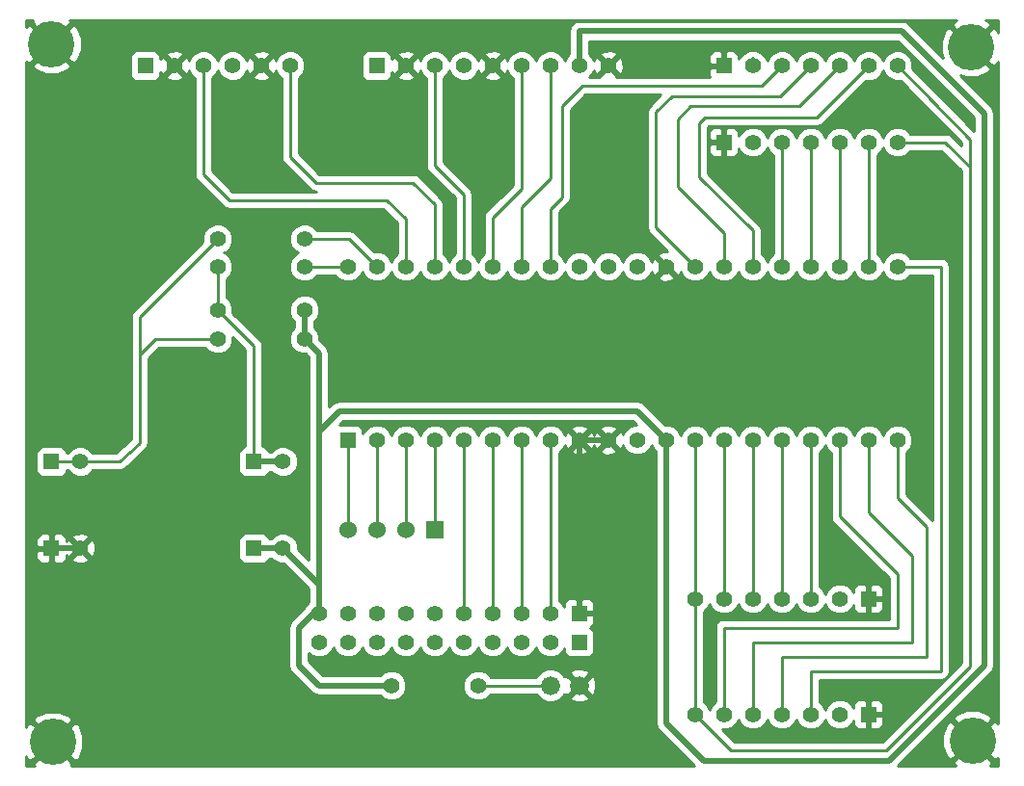
<source format=gbl>
G04 (created by PCBNEW (2013-07-07 BZR 4022)-stable) date 12/21/2016 7:44:15 PM*
%MOIN*%
G04 Gerber Fmt 3.4, Leading zero omitted, Abs format*
%FSLAX34Y34*%
G01*
G70*
G90*
G04 APERTURE LIST*
%ADD10C,0.00590551*%
%ADD11R,0.055X0.055*%
%ADD12C,0.055*%
%ADD13C,0.066*%
%ADD14C,0.16*%
%ADD15R,0.06X0.06*%
%ADD16C,0.06*%
%ADD17C,0.01*%
%ADD18C,0.02*%
G04 APERTURE END LIST*
G54D10*
G54D11*
X86000Y-54550D03*
G54D12*
X87000Y-54550D03*
X88000Y-54550D03*
X89000Y-54550D03*
X90000Y-54550D03*
X91000Y-54550D03*
X92000Y-54550D03*
X93000Y-54550D03*
X94000Y-54550D03*
G54D11*
X98000Y-54550D03*
G54D12*
X99000Y-54550D03*
X100000Y-54550D03*
X101000Y-54550D03*
X102000Y-54550D03*
X103000Y-54550D03*
X104000Y-54550D03*
G54D11*
X98000Y-57200D03*
G54D12*
X99000Y-57200D03*
X100000Y-57200D03*
X101000Y-57200D03*
X102000Y-57200D03*
X103000Y-57200D03*
X104000Y-57200D03*
G54D11*
X103000Y-77000D03*
G54D12*
X102000Y-77000D03*
X101000Y-77000D03*
X100000Y-77000D03*
X99000Y-77000D03*
X98000Y-77000D03*
X97000Y-77000D03*
G54D11*
X103000Y-73000D03*
G54D12*
X102000Y-73000D03*
X101000Y-73000D03*
X100000Y-73000D03*
X99000Y-73000D03*
X98000Y-73000D03*
X97000Y-73000D03*
G54D11*
X78000Y-54550D03*
G54D12*
X79000Y-54550D03*
X80000Y-54550D03*
X81000Y-54550D03*
X82000Y-54550D03*
X83000Y-54550D03*
G54D11*
X81750Y-68250D03*
G54D12*
X82750Y-68250D03*
G54D11*
X81750Y-71250D03*
G54D12*
X82750Y-71250D03*
G54D11*
X74750Y-71250D03*
G54D12*
X75750Y-71250D03*
G54D11*
X74750Y-68250D03*
G54D12*
X75750Y-68250D03*
G54D13*
X92000Y-76000D03*
X93000Y-76000D03*
G54D11*
X85000Y-67500D03*
G54D12*
X86000Y-67500D03*
X87000Y-67500D03*
X88000Y-67500D03*
X89000Y-67500D03*
X90000Y-67500D03*
X91000Y-67500D03*
X92000Y-67500D03*
X93000Y-67500D03*
X94000Y-67500D03*
X95000Y-67500D03*
X96000Y-67500D03*
X97000Y-67500D03*
X98000Y-67500D03*
X99000Y-67500D03*
X100000Y-67500D03*
X101000Y-67500D03*
X102000Y-67500D03*
X103000Y-67500D03*
X104000Y-67500D03*
X104000Y-61500D03*
X103000Y-61500D03*
X102000Y-61500D03*
X101000Y-61500D03*
X100000Y-61500D03*
X99000Y-61500D03*
X98000Y-61500D03*
X97000Y-61500D03*
X96000Y-61500D03*
X95000Y-61500D03*
X94000Y-61500D03*
X93000Y-61500D03*
X92000Y-61500D03*
X91000Y-61500D03*
X90000Y-61500D03*
X89000Y-61500D03*
X88000Y-61500D03*
X87000Y-61500D03*
X86000Y-61500D03*
X85000Y-61500D03*
G54D11*
X93000Y-73500D03*
G54D12*
X92000Y-73500D03*
X91000Y-73500D03*
X90000Y-73500D03*
X89000Y-73500D03*
X88000Y-73500D03*
X87000Y-73500D03*
X86000Y-73500D03*
X85000Y-73500D03*
X84000Y-73500D03*
G54D11*
X93000Y-74500D03*
G54D12*
X92000Y-74500D03*
X91000Y-74500D03*
X90000Y-74500D03*
X89000Y-74500D03*
X88000Y-74500D03*
X87000Y-74500D03*
X86000Y-74500D03*
X85000Y-74500D03*
X84000Y-74500D03*
X80500Y-63000D03*
X83500Y-63000D03*
G54D14*
X106600Y-77900D03*
X74800Y-77950D03*
X74750Y-53800D03*
X106550Y-53900D03*
G54D12*
X83500Y-61500D03*
X80500Y-61500D03*
X80500Y-64000D03*
X83500Y-64000D03*
X83500Y-60550D03*
X80500Y-60550D03*
X89500Y-76000D03*
X86500Y-76000D03*
G54D15*
X88000Y-70600D03*
G54D16*
X87000Y-70600D03*
X86000Y-70600D03*
X85000Y-70600D03*
G54D17*
X92000Y-54550D02*
X92000Y-58450D01*
X91000Y-59450D02*
X91000Y-61500D01*
X92000Y-58450D02*
X91000Y-59450D01*
X91000Y-54550D02*
X91000Y-58800D01*
X90000Y-59800D02*
X90000Y-61500D01*
X91000Y-58800D02*
X90000Y-59800D01*
X88000Y-54550D02*
X88000Y-58000D01*
X89000Y-59000D02*
X89000Y-61500D01*
X88000Y-58000D02*
X89000Y-59000D01*
X83000Y-54550D02*
X83000Y-57700D01*
X88000Y-59350D02*
X88000Y-61500D01*
X87250Y-58600D02*
X88000Y-59350D01*
X83900Y-58600D02*
X87250Y-58600D01*
X83000Y-57700D02*
X83900Y-58600D01*
X80000Y-54550D02*
X80000Y-58300D01*
X87000Y-59850D02*
X87000Y-61500D01*
X86350Y-59200D02*
X87000Y-59850D01*
X80900Y-59200D02*
X86350Y-59200D01*
X80000Y-58300D02*
X80900Y-59200D01*
G54D18*
X96000Y-73400D02*
X96000Y-77300D01*
X93000Y-53350D02*
X93000Y-54550D01*
X104150Y-53350D02*
X93000Y-53350D01*
X107000Y-56200D02*
X104150Y-53350D01*
X107000Y-75300D02*
X107000Y-56200D01*
X103700Y-78600D02*
X107000Y-75300D01*
X97300Y-78600D02*
X103700Y-78600D01*
X96000Y-77300D02*
X97300Y-78600D01*
X83500Y-64000D02*
X84000Y-64500D01*
X84000Y-64500D02*
X84000Y-67200D01*
X82750Y-71250D02*
X84000Y-72500D01*
X84700Y-66500D02*
X84000Y-67200D01*
X95000Y-66500D02*
X84700Y-66500D01*
X96000Y-67500D02*
X95000Y-66500D01*
X84000Y-67200D02*
X84000Y-72500D01*
X84000Y-72500D02*
X84000Y-73500D01*
X81750Y-71250D02*
X82750Y-71250D01*
X84000Y-73500D02*
X83800Y-73500D01*
X83800Y-73500D02*
X83300Y-74000D01*
X83300Y-74000D02*
X83300Y-75300D01*
X83300Y-75300D02*
X84000Y-76000D01*
X84000Y-76000D02*
X86500Y-76000D01*
X83500Y-63000D02*
X83500Y-64000D01*
X96000Y-73400D02*
X96000Y-67500D01*
G54D17*
X104000Y-57200D02*
X105650Y-57200D01*
X105650Y-57200D02*
X106500Y-58050D01*
X97000Y-77000D02*
X98250Y-78250D01*
X106500Y-75350D02*
X106500Y-58050D01*
X106500Y-58050D02*
X106500Y-57200D01*
X103600Y-78250D02*
X106500Y-75350D01*
X98250Y-78250D02*
X103600Y-78250D01*
X104000Y-54550D02*
X106500Y-57100D01*
X106500Y-57100D02*
X106500Y-57200D01*
X97000Y-73000D02*
X97000Y-77000D01*
X97000Y-73000D02*
X97000Y-67500D01*
X100000Y-61500D02*
X100000Y-57200D01*
X91000Y-73500D02*
X91000Y-67500D01*
X90000Y-73500D02*
X90000Y-67500D01*
X89000Y-73500D02*
X89000Y-67500D01*
X80500Y-61500D02*
X80500Y-63000D01*
X81750Y-68250D02*
X81750Y-64250D01*
X81750Y-64250D02*
X80500Y-63000D01*
G54D18*
X81750Y-68250D02*
X82750Y-68250D01*
G54D17*
X83500Y-60550D02*
X85050Y-60550D01*
X85050Y-60550D02*
X86000Y-61500D01*
X83500Y-61500D02*
X85000Y-61500D01*
X87000Y-70600D02*
X87000Y-67500D01*
X88000Y-67500D02*
X88000Y-70600D01*
X86000Y-67500D02*
X86000Y-70600D01*
X85000Y-70600D02*
X85000Y-67500D01*
X103000Y-54550D02*
X101200Y-56350D01*
X99000Y-60250D02*
X99000Y-61500D01*
X97150Y-58400D02*
X99000Y-60250D01*
X97150Y-56550D02*
X97150Y-58400D01*
X97350Y-56350D02*
X97150Y-56550D01*
X101200Y-56350D02*
X97350Y-56350D01*
X100000Y-77000D02*
X100000Y-75000D01*
X104000Y-69500D02*
X104000Y-67500D01*
X105000Y-70500D02*
X104000Y-69500D01*
X105000Y-75000D02*
X105000Y-70500D01*
X100000Y-75000D02*
X105000Y-75000D01*
X101000Y-77000D02*
X101000Y-75500D01*
X104000Y-61500D02*
X104000Y-61500D01*
X105500Y-61500D02*
X104000Y-61500D01*
X105500Y-75500D02*
X105500Y-61500D01*
X101000Y-75500D02*
X105500Y-75500D01*
X103000Y-61500D02*
X103000Y-57200D01*
X102000Y-61500D02*
X102000Y-57200D01*
X101000Y-73000D02*
X101000Y-67500D01*
X98000Y-61500D02*
X98000Y-60350D01*
X100600Y-55950D02*
X102000Y-54550D01*
X96850Y-55950D02*
X100600Y-55950D01*
X96400Y-56400D02*
X96850Y-55950D01*
X96400Y-58750D02*
X96400Y-56400D01*
X98000Y-60350D02*
X96400Y-58750D01*
X101000Y-54550D02*
X99950Y-55600D01*
X95650Y-60150D02*
X97000Y-61500D01*
X95650Y-56150D02*
X95650Y-60150D01*
X96200Y-55600D02*
X95650Y-56150D01*
X99950Y-55600D02*
X96200Y-55600D01*
X100000Y-54550D02*
X99300Y-55250D01*
X92000Y-59500D02*
X92000Y-61500D01*
X92400Y-59100D02*
X92000Y-59500D01*
X92400Y-55950D02*
X92400Y-59100D01*
X93100Y-55250D02*
X92400Y-55950D01*
X93550Y-55250D02*
X93100Y-55250D01*
X99300Y-55250D02*
X93550Y-55250D01*
X89500Y-76000D02*
X90500Y-76000D01*
X90500Y-76000D02*
X92000Y-76000D01*
X101000Y-61500D02*
X101000Y-57200D01*
X98000Y-77000D02*
X98000Y-74000D01*
X102000Y-70150D02*
X102000Y-67500D01*
X104000Y-72150D02*
X102000Y-70150D01*
X104000Y-74000D02*
X104000Y-72150D01*
X98000Y-74000D02*
X104000Y-74000D01*
X100000Y-73000D02*
X100000Y-67500D01*
X77800Y-64550D02*
X78350Y-64000D01*
X78350Y-64000D02*
X80500Y-64000D01*
X77800Y-63250D02*
X77800Y-63450D01*
X77100Y-68250D02*
X77800Y-67600D01*
X75750Y-68250D02*
X77100Y-68250D01*
X77800Y-66200D02*
X77800Y-67600D01*
X77800Y-63250D02*
X77800Y-64400D01*
X80500Y-60550D02*
X77800Y-63250D01*
X77800Y-66200D02*
X77800Y-64550D01*
X77800Y-64550D02*
X77800Y-64400D01*
X74750Y-68250D02*
X75750Y-68250D01*
X99000Y-77000D02*
X99000Y-74500D01*
X103000Y-70000D02*
X103000Y-67500D01*
X104500Y-71500D02*
X103000Y-70000D01*
X104500Y-74500D02*
X104500Y-71500D01*
X99000Y-74500D02*
X104500Y-74500D01*
X99000Y-73000D02*
X99000Y-67500D01*
X98000Y-73000D02*
X98000Y-67500D01*
X92000Y-73500D02*
X92000Y-67500D01*
G54D18*
X99000Y-54550D02*
X99000Y-54350D01*
X74750Y-71250D02*
X75750Y-71250D01*
X93000Y-73500D02*
X93000Y-67500D01*
X93000Y-67500D02*
X94000Y-67500D01*
G54D10*
G36*
X103700Y-73700D02*
X103525Y-73700D01*
X103525Y-73225D01*
X103525Y-72774D01*
X103524Y-72675D01*
X103486Y-72583D01*
X103416Y-72512D01*
X103324Y-72474D01*
X103112Y-72475D01*
X103050Y-72537D01*
X103050Y-72950D01*
X103462Y-72950D01*
X103525Y-72887D01*
X103525Y-72774D01*
X103525Y-73225D01*
X103525Y-73112D01*
X103462Y-73050D01*
X103050Y-73050D01*
X103050Y-73462D01*
X103112Y-73525D01*
X103324Y-73525D01*
X103416Y-73487D01*
X103486Y-73416D01*
X103524Y-73324D01*
X103525Y-73225D01*
X103525Y-73700D01*
X98000Y-73700D01*
X97885Y-73722D01*
X97787Y-73787D01*
X97722Y-73885D01*
X97700Y-74000D01*
X97700Y-76557D01*
X97555Y-76702D01*
X97499Y-76835D01*
X97445Y-76703D01*
X97300Y-76557D01*
X97300Y-73442D01*
X97444Y-73297D01*
X97500Y-73164D01*
X97554Y-73297D01*
X97702Y-73444D01*
X97895Y-73524D01*
X98103Y-73525D01*
X98297Y-73445D01*
X98444Y-73297D01*
X98500Y-73164D01*
X98554Y-73297D01*
X98702Y-73444D01*
X98895Y-73524D01*
X99103Y-73525D01*
X99297Y-73445D01*
X99444Y-73297D01*
X99500Y-73164D01*
X99554Y-73297D01*
X99702Y-73444D01*
X99895Y-73524D01*
X100103Y-73525D01*
X100297Y-73445D01*
X100444Y-73297D01*
X100500Y-73164D01*
X100554Y-73297D01*
X100702Y-73444D01*
X100895Y-73524D01*
X101103Y-73525D01*
X101297Y-73445D01*
X101444Y-73297D01*
X101500Y-73164D01*
X101554Y-73297D01*
X101702Y-73444D01*
X101895Y-73524D01*
X102103Y-73525D01*
X102297Y-73445D01*
X102444Y-73297D01*
X102474Y-73225D01*
X102474Y-73225D01*
X102475Y-73324D01*
X102513Y-73416D01*
X102583Y-73487D01*
X102675Y-73525D01*
X102887Y-73525D01*
X102950Y-73462D01*
X102950Y-73050D01*
X102942Y-73050D01*
X102942Y-72950D01*
X102950Y-72950D01*
X102950Y-72537D01*
X102887Y-72475D01*
X102675Y-72474D01*
X102583Y-72512D01*
X102513Y-72583D01*
X102475Y-72675D01*
X102474Y-72774D01*
X102474Y-72774D01*
X102445Y-72703D01*
X102297Y-72555D01*
X102104Y-72475D01*
X101896Y-72474D01*
X101703Y-72554D01*
X101555Y-72702D01*
X101499Y-72835D01*
X101445Y-72703D01*
X101300Y-72557D01*
X101300Y-67942D01*
X101444Y-67797D01*
X101500Y-67664D01*
X101554Y-67797D01*
X101700Y-67942D01*
X101700Y-70150D01*
X101722Y-70264D01*
X101787Y-70362D01*
X103700Y-72274D01*
X103700Y-73700D01*
X103700Y-73700D01*
G37*
G54D17*
X103700Y-73700D02*
X103525Y-73700D01*
X103525Y-73225D01*
X103525Y-72774D01*
X103524Y-72675D01*
X103486Y-72583D01*
X103416Y-72512D01*
X103324Y-72474D01*
X103112Y-72475D01*
X103050Y-72537D01*
X103050Y-72950D01*
X103462Y-72950D01*
X103525Y-72887D01*
X103525Y-72774D01*
X103525Y-73225D01*
X103525Y-73112D01*
X103462Y-73050D01*
X103050Y-73050D01*
X103050Y-73462D01*
X103112Y-73525D01*
X103324Y-73525D01*
X103416Y-73487D01*
X103486Y-73416D01*
X103524Y-73324D01*
X103525Y-73225D01*
X103525Y-73700D01*
X98000Y-73700D01*
X97885Y-73722D01*
X97787Y-73787D01*
X97722Y-73885D01*
X97700Y-74000D01*
X97700Y-76557D01*
X97555Y-76702D01*
X97499Y-76835D01*
X97445Y-76703D01*
X97300Y-76557D01*
X97300Y-73442D01*
X97444Y-73297D01*
X97500Y-73164D01*
X97554Y-73297D01*
X97702Y-73444D01*
X97895Y-73524D01*
X98103Y-73525D01*
X98297Y-73445D01*
X98444Y-73297D01*
X98500Y-73164D01*
X98554Y-73297D01*
X98702Y-73444D01*
X98895Y-73524D01*
X99103Y-73525D01*
X99297Y-73445D01*
X99444Y-73297D01*
X99500Y-73164D01*
X99554Y-73297D01*
X99702Y-73444D01*
X99895Y-73524D01*
X100103Y-73525D01*
X100297Y-73445D01*
X100444Y-73297D01*
X100500Y-73164D01*
X100554Y-73297D01*
X100702Y-73444D01*
X100895Y-73524D01*
X101103Y-73525D01*
X101297Y-73445D01*
X101444Y-73297D01*
X101500Y-73164D01*
X101554Y-73297D01*
X101702Y-73444D01*
X101895Y-73524D01*
X102103Y-73525D01*
X102297Y-73445D01*
X102444Y-73297D01*
X102474Y-73225D01*
X102474Y-73225D01*
X102475Y-73324D01*
X102513Y-73416D01*
X102583Y-73487D01*
X102675Y-73525D01*
X102887Y-73525D01*
X102950Y-73462D01*
X102950Y-73050D01*
X102942Y-73050D01*
X102942Y-72950D01*
X102950Y-72950D01*
X102950Y-72537D01*
X102887Y-72475D01*
X102675Y-72474D01*
X102583Y-72512D01*
X102513Y-72583D01*
X102475Y-72675D01*
X102474Y-72774D01*
X102474Y-72774D01*
X102445Y-72703D01*
X102297Y-72555D01*
X102104Y-72475D01*
X101896Y-72474D01*
X101703Y-72554D01*
X101555Y-72702D01*
X101499Y-72835D01*
X101445Y-72703D01*
X101300Y-72557D01*
X101300Y-67942D01*
X101444Y-67797D01*
X101500Y-67664D01*
X101554Y-67797D01*
X101700Y-67942D01*
X101700Y-70150D01*
X101722Y-70264D01*
X101787Y-70362D01*
X103700Y-72274D01*
X103700Y-73700D01*
G54D10*
G36*
X106200Y-57325D02*
X105862Y-56987D01*
X105764Y-56922D01*
X105650Y-56900D01*
X104442Y-56900D01*
X104297Y-56755D01*
X104104Y-56675D01*
X103896Y-56674D01*
X103703Y-56754D01*
X103555Y-56902D01*
X103499Y-57035D01*
X103445Y-56903D01*
X103297Y-56755D01*
X103104Y-56675D01*
X102896Y-56674D01*
X102703Y-56754D01*
X102555Y-56902D01*
X102499Y-57035D01*
X102445Y-56903D01*
X102297Y-56755D01*
X102104Y-56675D01*
X101896Y-56674D01*
X101703Y-56754D01*
X101555Y-56902D01*
X101499Y-57035D01*
X101445Y-56903D01*
X101297Y-56755D01*
X101104Y-56675D01*
X100896Y-56674D01*
X100703Y-56754D01*
X100555Y-56902D01*
X100499Y-57035D01*
X100445Y-56903D01*
X100297Y-56755D01*
X100104Y-56675D01*
X99896Y-56674D01*
X99703Y-56754D01*
X99555Y-56902D01*
X99499Y-57035D01*
X99445Y-56903D01*
X99297Y-56755D01*
X99104Y-56675D01*
X98896Y-56674D01*
X98703Y-56754D01*
X98555Y-56902D01*
X98525Y-56974D01*
X98525Y-56974D01*
X98524Y-56875D01*
X98486Y-56783D01*
X98416Y-56712D01*
X98324Y-56674D01*
X98112Y-56675D01*
X98050Y-56737D01*
X98050Y-57150D01*
X98057Y-57150D01*
X98057Y-57250D01*
X98050Y-57250D01*
X98050Y-57662D01*
X98112Y-57725D01*
X98324Y-57725D01*
X98416Y-57687D01*
X98486Y-57616D01*
X98524Y-57524D01*
X98525Y-57425D01*
X98525Y-57425D01*
X98554Y-57497D01*
X98702Y-57644D01*
X98895Y-57724D01*
X99103Y-57725D01*
X99297Y-57645D01*
X99444Y-57497D01*
X99500Y-57364D01*
X99554Y-57497D01*
X99700Y-57642D01*
X99700Y-61057D01*
X99555Y-61202D01*
X99499Y-61335D01*
X99445Y-61203D01*
X99300Y-61057D01*
X99300Y-60250D01*
X99277Y-60135D01*
X99212Y-60037D01*
X99212Y-60037D01*
X97950Y-58775D01*
X97950Y-57662D01*
X97950Y-57250D01*
X97950Y-57150D01*
X97950Y-56737D01*
X97887Y-56675D01*
X97675Y-56674D01*
X97583Y-56712D01*
X97513Y-56783D01*
X97475Y-56875D01*
X97474Y-56974D01*
X97475Y-57087D01*
X97537Y-57150D01*
X97950Y-57150D01*
X97950Y-57250D01*
X97537Y-57250D01*
X97475Y-57312D01*
X97474Y-57425D01*
X97475Y-57524D01*
X97513Y-57616D01*
X97583Y-57687D01*
X97675Y-57725D01*
X97887Y-57725D01*
X97950Y-57662D01*
X97950Y-58775D01*
X97450Y-58275D01*
X97450Y-56674D01*
X97474Y-56650D01*
X101200Y-56650D01*
X101200Y-56649D01*
X101314Y-56627D01*
X101314Y-56627D01*
X101412Y-56562D01*
X102899Y-55074D01*
X103103Y-55075D01*
X103297Y-54995D01*
X103444Y-54847D01*
X103500Y-54714D01*
X103554Y-54847D01*
X103702Y-54994D01*
X103895Y-55074D01*
X104094Y-55075D01*
X106200Y-57225D01*
X106200Y-57325D01*
X106200Y-57325D01*
G37*
G54D17*
X106200Y-57325D02*
X105862Y-56987D01*
X105764Y-56922D01*
X105650Y-56900D01*
X104442Y-56900D01*
X104297Y-56755D01*
X104104Y-56675D01*
X103896Y-56674D01*
X103703Y-56754D01*
X103555Y-56902D01*
X103499Y-57035D01*
X103445Y-56903D01*
X103297Y-56755D01*
X103104Y-56675D01*
X102896Y-56674D01*
X102703Y-56754D01*
X102555Y-56902D01*
X102499Y-57035D01*
X102445Y-56903D01*
X102297Y-56755D01*
X102104Y-56675D01*
X101896Y-56674D01*
X101703Y-56754D01*
X101555Y-56902D01*
X101499Y-57035D01*
X101445Y-56903D01*
X101297Y-56755D01*
X101104Y-56675D01*
X100896Y-56674D01*
X100703Y-56754D01*
X100555Y-56902D01*
X100499Y-57035D01*
X100445Y-56903D01*
X100297Y-56755D01*
X100104Y-56675D01*
X99896Y-56674D01*
X99703Y-56754D01*
X99555Y-56902D01*
X99499Y-57035D01*
X99445Y-56903D01*
X99297Y-56755D01*
X99104Y-56675D01*
X98896Y-56674D01*
X98703Y-56754D01*
X98555Y-56902D01*
X98525Y-56974D01*
X98525Y-56974D01*
X98524Y-56875D01*
X98486Y-56783D01*
X98416Y-56712D01*
X98324Y-56674D01*
X98112Y-56675D01*
X98050Y-56737D01*
X98050Y-57150D01*
X98057Y-57150D01*
X98057Y-57250D01*
X98050Y-57250D01*
X98050Y-57662D01*
X98112Y-57725D01*
X98324Y-57725D01*
X98416Y-57687D01*
X98486Y-57616D01*
X98524Y-57524D01*
X98525Y-57425D01*
X98525Y-57425D01*
X98554Y-57497D01*
X98702Y-57644D01*
X98895Y-57724D01*
X99103Y-57725D01*
X99297Y-57645D01*
X99444Y-57497D01*
X99500Y-57364D01*
X99554Y-57497D01*
X99700Y-57642D01*
X99700Y-61057D01*
X99555Y-61202D01*
X99499Y-61335D01*
X99445Y-61203D01*
X99300Y-61057D01*
X99300Y-60250D01*
X99277Y-60135D01*
X99212Y-60037D01*
X99212Y-60037D01*
X97950Y-58775D01*
X97950Y-57662D01*
X97950Y-57250D01*
X97950Y-57150D01*
X97950Y-56737D01*
X97887Y-56675D01*
X97675Y-56674D01*
X97583Y-56712D01*
X97513Y-56783D01*
X97475Y-56875D01*
X97474Y-56974D01*
X97475Y-57087D01*
X97537Y-57150D01*
X97950Y-57150D01*
X97950Y-57250D01*
X97537Y-57250D01*
X97475Y-57312D01*
X97474Y-57425D01*
X97475Y-57524D01*
X97513Y-57616D01*
X97583Y-57687D01*
X97675Y-57725D01*
X97887Y-57725D01*
X97950Y-57662D01*
X97950Y-58775D01*
X97450Y-58275D01*
X97450Y-56674D01*
X97474Y-56650D01*
X101200Y-56650D01*
X101200Y-56649D01*
X101314Y-56627D01*
X101314Y-56627D01*
X101412Y-56562D01*
X102899Y-55074D01*
X103103Y-55075D01*
X103297Y-54995D01*
X103444Y-54847D01*
X103500Y-54714D01*
X103554Y-54847D01*
X103702Y-54994D01*
X103895Y-55074D01*
X104094Y-55075D01*
X106200Y-57225D01*
X106200Y-57325D01*
G54D10*
G36*
X106200Y-75225D02*
X103525Y-77900D01*
X103525Y-77225D01*
X103525Y-76774D01*
X103524Y-76675D01*
X103486Y-76583D01*
X103416Y-76512D01*
X103324Y-76474D01*
X103112Y-76475D01*
X103050Y-76537D01*
X103050Y-76950D01*
X103462Y-76950D01*
X103525Y-76887D01*
X103525Y-76774D01*
X103525Y-77225D01*
X103525Y-77112D01*
X103462Y-77050D01*
X103050Y-77050D01*
X103050Y-77462D01*
X103112Y-77525D01*
X103324Y-77525D01*
X103416Y-77487D01*
X103486Y-77416D01*
X103524Y-77324D01*
X103525Y-77225D01*
X103525Y-77900D01*
X103475Y-77950D01*
X98374Y-77950D01*
X97949Y-77524D01*
X98103Y-77525D01*
X98297Y-77445D01*
X98444Y-77297D01*
X98500Y-77164D01*
X98554Y-77297D01*
X98702Y-77444D01*
X98895Y-77524D01*
X99103Y-77525D01*
X99297Y-77445D01*
X99444Y-77297D01*
X99500Y-77164D01*
X99554Y-77297D01*
X99702Y-77444D01*
X99895Y-77524D01*
X100103Y-77525D01*
X100297Y-77445D01*
X100444Y-77297D01*
X100500Y-77164D01*
X100554Y-77297D01*
X100702Y-77444D01*
X100895Y-77524D01*
X101103Y-77525D01*
X101297Y-77445D01*
X101444Y-77297D01*
X101500Y-77164D01*
X101554Y-77297D01*
X101702Y-77444D01*
X101895Y-77524D01*
X102103Y-77525D01*
X102297Y-77445D01*
X102444Y-77297D01*
X102474Y-77225D01*
X102474Y-77225D01*
X102475Y-77324D01*
X102513Y-77416D01*
X102583Y-77487D01*
X102675Y-77525D01*
X102887Y-77525D01*
X102950Y-77462D01*
X102950Y-77050D01*
X102942Y-77050D01*
X102942Y-76950D01*
X102950Y-76950D01*
X102950Y-76537D01*
X102887Y-76475D01*
X102675Y-76474D01*
X102583Y-76512D01*
X102513Y-76583D01*
X102475Y-76675D01*
X102474Y-76774D01*
X102474Y-76774D01*
X102445Y-76703D01*
X102297Y-76555D01*
X102104Y-76475D01*
X101896Y-76474D01*
X101703Y-76554D01*
X101555Y-76702D01*
X101499Y-76835D01*
X101445Y-76703D01*
X101300Y-76557D01*
X101300Y-75800D01*
X105500Y-75800D01*
X105614Y-75777D01*
X105712Y-75712D01*
X105777Y-75614D01*
X105800Y-75500D01*
X105800Y-61500D01*
X105777Y-61385D01*
X105712Y-61287D01*
X105614Y-61222D01*
X105500Y-61200D01*
X104442Y-61200D01*
X104297Y-61055D01*
X104104Y-60975D01*
X103896Y-60974D01*
X103703Y-61054D01*
X103555Y-61202D01*
X103499Y-61335D01*
X103445Y-61203D01*
X103300Y-61057D01*
X103300Y-57642D01*
X103444Y-57497D01*
X103500Y-57364D01*
X103554Y-57497D01*
X103702Y-57644D01*
X103895Y-57724D01*
X104103Y-57725D01*
X104297Y-57645D01*
X104442Y-57500D01*
X105525Y-57500D01*
X106200Y-58174D01*
X106200Y-75225D01*
X106200Y-75225D01*
G37*
G54D17*
X106200Y-75225D02*
X103525Y-77900D01*
X103525Y-77225D01*
X103525Y-76774D01*
X103524Y-76675D01*
X103486Y-76583D01*
X103416Y-76512D01*
X103324Y-76474D01*
X103112Y-76475D01*
X103050Y-76537D01*
X103050Y-76950D01*
X103462Y-76950D01*
X103525Y-76887D01*
X103525Y-76774D01*
X103525Y-77225D01*
X103525Y-77112D01*
X103462Y-77050D01*
X103050Y-77050D01*
X103050Y-77462D01*
X103112Y-77525D01*
X103324Y-77525D01*
X103416Y-77487D01*
X103486Y-77416D01*
X103524Y-77324D01*
X103525Y-77225D01*
X103525Y-77900D01*
X103475Y-77950D01*
X98374Y-77950D01*
X97949Y-77524D01*
X98103Y-77525D01*
X98297Y-77445D01*
X98444Y-77297D01*
X98500Y-77164D01*
X98554Y-77297D01*
X98702Y-77444D01*
X98895Y-77524D01*
X99103Y-77525D01*
X99297Y-77445D01*
X99444Y-77297D01*
X99500Y-77164D01*
X99554Y-77297D01*
X99702Y-77444D01*
X99895Y-77524D01*
X100103Y-77525D01*
X100297Y-77445D01*
X100444Y-77297D01*
X100500Y-77164D01*
X100554Y-77297D01*
X100702Y-77444D01*
X100895Y-77524D01*
X101103Y-77525D01*
X101297Y-77445D01*
X101444Y-77297D01*
X101500Y-77164D01*
X101554Y-77297D01*
X101702Y-77444D01*
X101895Y-77524D01*
X102103Y-77525D01*
X102297Y-77445D01*
X102444Y-77297D01*
X102474Y-77225D01*
X102474Y-77225D01*
X102475Y-77324D01*
X102513Y-77416D01*
X102583Y-77487D01*
X102675Y-77525D01*
X102887Y-77525D01*
X102950Y-77462D01*
X102950Y-77050D01*
X102942Y-77050D01*
X102942Y-76950D01*
X102950Y-76950D01*
X102950Y-76537D01*
X102887Y-76475D01*
X102675Y-76474D01*
X102583Y-76512D01*
X102513Y-76583D01*
X102475Y-76675D01*
X102474Y-76774D01*
X102474Y-76774D01*
X102445Y-76703D01*
X102297Y-76555D01*
X102104Y-76475D01*
X101896Y-76474D01*
X101703Y-76554D01*
X101555Y-76702D01*
X101499Y-76835D01*
X101445Y-76703D01*
X101300Y-76557D01*
X101300Y-75800D01*
X105500Y-75800D01*
X105614Y-75777D01*
X105712Y-75712D01*
X105777Y-75614D01*
X105800Y-75500D01*
X105800Y-61500D01*
X105777Y-61385D01*
X105712Y-61287D01*
X105614Y-61222D01*
X105500Y-61200D01*
X104442Y-61200D01*
X104297Y-61055D01*
X104104Y-60975D01*
X103896Y-60974D01*
X103703Y-61054D01*
X103555Y-61202D01*
X103499Y-61335D01*
X103445Y-61203D01*
X103300Y-61057D01*
X103300Y-57642D01*
X103444Y-57497D01*
X103500Y-57364D01*
X103554Y-57497D01*
X103702Y-57644D01*
X103895Y-57724D01*
X104103Y-57725D01*
X104297Y-57645D01*
X104442Y-57500D01*
X105525Y-57500D01*
X106200Y-58174D01*
X106200Y-75225D01*
G54D10*
G36*
X106650Y-56827D02*
X104524Y-54656D01*
X104524Y-54654D01*
X104525Y-54446D01*
X104445Y-54253D01*
X104297Y-54105D01*
X104104Y-54025D01*
X103896Y-54024D01*
X103703Y-54104D01*
X103555Y-54252D01*
X103499Y-54385D01*
X103445Y-54253D01*
X103297Y-54105D01*
X103104Y-54025D01*
X102896Y-54024D01*
X102703Y-54104D01*
X102555Y-54252D01*
X102499Y-54385D01*
X102445Y-54253D01*
X102297Y-54105D01*
X102104Y-54025D01*
X101896Y-54024D01*
X101703Y-54104D01*
X101555Y-54252D01*
X101499Y-54385D01*
X101445Y-54253D01*
X101297Y-54105D01*
X101104Y-54025D01*
X100896Y-54024D01*
X100703Y-54104D01*
X100555Y-54252D01*
X100499Y-54385D01*
X100445Y-54253D01*
X100297Y-54105D01*
X100104Y-54025D01*
X99896Y-54024D01*
X99703Y-54104D01*
X99555Y-54252D01*
X99499Y-54385D01*
X99445Y-54253D01*
X99297Y-54105D01*
X99175Y-54054D01*
X99133Y-54026D01*
X99000Y-54000D01*
X98866Y-54026D01*
X98824Y-54054D01*
X98703Y-54104D01*
X98555Y-54252D01*
X98525Y-54324D01*
X98525Y-54324D01*
X98524Y-54225D01*
X98486Y-54133D01*
X98416Y-54062D01*
X98324Y-54024D01*
X98112Y-54025D01*
X98050Y-54087D01*
X98050Y-54500D01*
X98057Y-54500D01*
X98057Y-54600D01*
X98050Y-54600D01*
X98050Y-54607D01*
X97950Y-54607D01*
X97950Y-54600D01*
X97950Y-54500D01*
X97950Y-54087D01*
X97887Y-54025D01*
X97675Y-54024D01*
X97583Y-54062D01*
X97513Y-54133D01*
X97475Y-54225D01*
X97474Y-54324D01*
X97475Y-54437D01*
X97537Y-54500D01*
X97950Y-54500D01*
X97950Y-54600D01*
X97537Y-54600D01*
X97475Y-54662D01*
X97474Y-54775D01*
X97475Y-54874D01*
X97506Y-54950D01*
X94529Y-54950D01*
X94529Y-54625D01*
X94518Y-54417D01*
X94460Y-54277D01*
X94367Y-54252D01*
X94297Y-54323D01*
X94297Y-54182D01*
X94272Y-54089D01*
X94075Y-54020D01*
X93867Y-54031D01*
X93727Y-54089D01*
X93702Y-54182D01*
X94000Y-54479D01*
X94297Y-54182D01*
X94297Y-54323D01*
X94070Y-54550D01*
X94367Y-54847D01*
X94460Y-54822D01*
X94529Y-54625D01*
X94529Y-54950D01*
X94288Y-54950D01*
X94297Y-54917D01*
X94000Y-54620D01*
X93702Y-54917D01*
X93711Y-54950D01*
X93550Y-54950D01*
X93342Y-54950D01*
X93444Y-54847D01*
X93497Y-54721D01*
X93539Y-54822D01*
X93632Y-54847D01*
X93929Y-54550D01*
X93632Y-54252D01*
X93539Y-54277D01*
X93500Y-54387D01*
X93445Y-54253D01*
X93350Y-54157D01*
X93350Y-53700D01*
X104005Y-53700D01*
X106650Y-56344D01*
X106650Y-56827D01*
X106650Y-56827D01*
G37*
G54D17*
X106650Y-56827D02*
X104524Y-54656D01*
X104524Y-54654D01*
X104525Y-54446D01*
X104445Y-54253D01*
X104297Y-54105D01*
X104104Y-54025D01*
X103896Y-54024D01*
X103703Y-54104D01*
X103555Y-54252D01*
X103499Y-54385D01*
X103445Y-54253D01*
X103297Y-54105D01*
X103104Y-54025D01*
X102896Y-54024D01*
X102703Y-54104D01*
X102555Y-54252D01*
X102499Y-54385D01*
X102445Y-54253D01*
X102297Y-54105D01*
X102104Y-54025D01*
X101896Y-54024D01*
X101703Y-54104D01*
X101555Y-54252D01*
X101499Y-54385D01*
X101445Y-54253D01*
X101297Y-54105D01*
X101104Y-54025D01*
X100896Y-54024D01*
X100703Y-54104D01*
X100555Y-54252D01*
X100499Y-54385D01*
X100445Y-54253D01*
X100297Y-54105D01*
X100104Y-54025D01*
X99896Y-54024D01*
X99703Y-54104D01*
X99555Y-54252D01*
X99499Y-54385D01*
X99445Y-54253D01*
X99297Y-54105D01*
X99175Y-54054D01*
X99133Y-54026D01*
X99000Y-54000D01*
X98866Y-54026D01*
X98824Y-54054D01*
X98703Y-54104D01*
X98555Y-54252D01*
X98525Y-54324D01*
X98525Y-54324D01*
X98524Y-54225D01*
X98486Y-54133D01*
X98416Y-54062D01*
X98324Y-54024D01*
X98112Y-54025D01*
X98050Y-54087D01*
X98050Y-54500D01*
X98057Y-54500D01*
X98057Y-54600D01*
X98050Y-54600D01*
X98050Y-54607D01*
X97950Y-54607D01*
X97950Y-54600D01*
X97950Y-54500D01*
X97950Y-54087D01*
X97887Y-54025D01*
X97675Y-54024D01*
X97583Y-54062D01*
X97513Y-54133D01*
X97475Y-54225D01*
X97474Y-54324D01*
X97475Y-54437D01*
X97537Y-54500D01*
X97950Y-54500D01*
X97950Y-54600D01*
X97537Y-54600D01*
X97475Y-54662D01*
X97474Y-54775D01*
X97475Y-54874D01*
X97506Y-54950D01*
X94529Y-54950D01*
X94529Y-54625D01*
X94518Y-54417D01*
X94460Y-54277D01*
X94367Y-54252D01*
X94297Y-54323D01*
X94297Y-54182D01*
X94272Y-54089D01*
X94075Y-54020D01*
X93867Y-54031D01*
X93727Y-54089D01*
X93702Y-54182D01*
X94000Y-54479D01*
X94297Y-54182D01*
X94297Y-54323D01*
X94070Y-54550D01*
X94367Y-54847D01*
X94460Y-54822D01*
X94529Y-54625D01*
X94529Y-54950D01*
X94288Y-54950D01*
X94297Y-54917D01*
X94000Y-54620D01*
X93702Y-54917D01*
X93711Y-54950D01*
X93550Y-54950D01*
X93342Y-54950D01*
X93444Y-54847D01*
X93497Y-54721D01*
X93539Y-54822D01*
X93632Y-54847D01*
X93929Y-54550D01*
X93632Y-54252D01*
X93539Y-54277D01*
X93500Y-54387D01*
X93445Y-54253D01*
X93350Y-54157D01*
X93350Y-53700D01*
X104005Y-53700D01*
X106650Y-56344D01*
X106650Y-56827D01*
G54D10*
G36*
X107480Y-78780D02*
X107196Y-78780D01*
X107276Y-78647D01*
X106600Y-77970D01*
X106529Y-78041D01*
X106529Y-77900D01*
X105852Y-77223D01*
X105705Y-77311D01*
X105548Y-77698D01*
X105551Y-78116D01*
X105705Y-78488D01*
X105852Y-78576D01*
X106529Y-77900D01*
X106529Y-78041D01*
X105923Y-78647D01*
X106003Y-78780D01*
X104014Y-78780D01*
X107247Y-75547D01*
X107323Y-75433D01*
X107323Y-75433D01*
X107350Y-75300D01*
X107350Y-56200D01*
X107349Y-56199D01*
X107323Y-56066D01*
X107247Y-55952D01*
X107247Y-55952D01*
X106176Y-54881D01*
X106348Y-54951D01*
X106766Y-54948D01*
X107138Y-54794D01*
X107226Y-54647D01*
X106550Y-53970D01*
X106544Y-53976D01*
X106473Y-53905D01*
X106479Y-53900D01*
X105802Y-53223D01*
X105655Y-53311D01*
X105498Y-53698D01*
X105501Y-54116D01*
X105565Y-54270D01*
X104397Y-53102D01*
X104283Y-53026D01*
X104150Y-53000D01*
X93000Y-53000D01*
X92866Y-53026D01*
X92752Y-53102D01*
X92676Y-53216D01*
X92650Y-53350D01*
X92650Y-54157D01*
X92555Y-54252D01*
X92499Y-54385D01*
X92445Y-54253D01*
X92297Y-54105D01*
X92104Y-54025D01*
X91896Y-54024D01*
X91703Y-54104D01*
X91555Y-54252D01*
X91499Y-54385D01*
X91445Y-54253D01*
X91297Y-54105D01*
X91104Y-54025D01*
X90896Y-54024D01*
X90703Y-54104D01*
X90555Y-54252D01*
X90502Y-54378D01*
X90460Y-54277D01*
X90367Y-54252D01*
X90297Y-54323D01*
X90297Y-54182D01*
X90272Y-54089D01*
X90075Y-54020D01*
X89867Y-54031D01*
X89727Y-54089D01*
X89702Y-54182D01*
X90000Y-54479D01*
X90297Y-54182D01*
X90297Y-54323D01*
X90070Y-54550D01*
X90367Y-54847D01*
X90460Y-54822D01*
X90499Y-54712D01*
X90554Y-54847D01*
X90700Y-54992D01*
X90700Y-58675D01*
X90297Y-59078D01*
X90297Y-54917D01*
X90000Y-54620D01*
X89702Y-54917D01*
X89727Y-55010D01*
X89924Y-55079D01*
X90132Y-55068D01*
X90272Y-55010D01*
X90297Y-54917D01*
X90297Y-59078D01*
X89787Y-59587D01*
X89722Y-59685D01*
X89700Y-59800D01*
X89700Y-61057D01*
X89555Y-61202D01*
X89499Y-61335D01*
X89445Y-61203D01*
X89300Y-61057D01*
X89300Y-59000D01*
X89277Y-58885D01*
X89212Y-58787D01*
X89212Y-58787D01*
X88300Y-57875D01*
X88300Y-54992D01*
X88444Y-54847D01*
X88500Y-54714D01*
X88554Y-54847D01*
X88702Y-54994D01*
X88895Y-55074D01*
X89103Y-55075D01*
X89297Y-54995D01*
X89444Y-54847D01*
X89497Y-54721D01*
X89539Y-54822D01*
X89632Y-54847D01*
X89929Y-54550D01*
X89632Y-54252D01*
X89539Y-54277D01*
X89500Y-54387D01*
X89445Y-54253D01*
X89297Y-54105D01*
X89104Y-54025D01*
X88896Y-54024D01*
X88703Y-54104D01*
X88555Y-54252D01*
X88499Y-54385D01*
X88445Y-54253D01*
X88297Y-54105D01*
X88104Y-54025D01*
X87896Y-54024D01*
X87703Y-54104D01*
X87555Y-54252D01*
X87502Y-54378D01*
X87460Y-54277D01*
X87367Y-54252D01*
X87297Y-54323D01*
X87297Y-54182D01*
X87272Y-54089D01*
X87075Y-54020D01*
X86867Y-54031D01*
X86727Y-54089D01*
X86702Y-54182D01*
X87000Y-54479D01*
X87297Y-54182D01*
X87297Y-54323D01*
X87070Y-54550D01*
X87367Y-54847D01*
X87460Y-54822D01*
X87499Y-54712D01*
X87554Y-54847D01*
X87700Y-54992D01*
X87700Y-58000D01*
X87722Y-58114D01*
X87787Y-58212D01*
X88700Y-59124D01*
X88700Y-61057D01*
X88555Y-61202D01*
X88499Y-61335D01*
X88445Y-61203D01*
X88300Y-61057D01*
X88300Y-59350D01*
X88299Y-59349D01*
X88277Y-59235D01*
X88212Y-59137D01*
X88212Y-59137D01*
X87462Y-58387D01*
X87364Y-58322D01*
X87297Y-58309D01*
X87297Y-54917D01*
X87000Y-54620D01*
X86929Y-54691D01*
X86929Y-54550D01*
X86632Y-54252D01*
X86539Y-54277D01*
X86525Y-54318D01*
X86525Y-54225D01*
X86487Y-54133D01*
X86416Y-54063D01*
X86324Y-54025D01*
X86225Y-54024D01*
X85675Y-54024D01*
X85583Y-54062D01*
X85513Y-54133D01*
X85475Y-54225D01*
X85474Y-54324D01*
X85474Y-54874D01*
X85512Y-54966D01*
X85583Y-55036D01*
X85675Y-55074D01*
X85774Y-55075D01*
X86324Y-55075D01*
X86416Y-55037D01*
X86486Y-54966D01*
X86524Y-54874D01*
X86525Y-54787D01*
X86539Y-54822D01*
X86632Y-54847D01*
X86929Y-54550D01*
X86929Y-54691D01*
X86702Y-54917D01*
X86727Y-55010D01*
X86924Y-55079D01*
X87132Y-55068D01*
X87272Y-55010D01*
X87297Y-54917D01*
X87297Y-58309D01*
X87250Y-58300D01*
X84024Y-58300D01*
X83300Y-57575D01*
X83300Y-54992D01*
X83444Y-54847D01*
X83524Y-54654D01*
X83525Y-54446D01*
X83445Y-54253D01*
X83297Y-54105D01*
X83104Y-54025D01*
X82896Y-54024D01*
X82703Y-54104D01*
X82555Y-54252D01*
X82502Y-54378D01*
X82460Y-54277D01*
X82367Y-54252D01*
X82297Y-54323D01*
X82297Y-54182D01*
X82272Y-54089D01*
X82075Y-54020D01*
X81867Y-54031D01*
X81727Y-54089D01*
X81702Y-54182D01*
X82000Y-54479D01*
X82297Y-54182D01*
X82297Y-54323D01*
X82070Y-54550D01*
X82367Y-54847D01*
X82460Y-54822D01*
X82499Y-54712D01*
X82554Y-54847D01*
X82700Y-54992D01*
X82700Y-57700D01*
X82722Y-57814D01*
X82787Y-57912D01*
X83687Y-58812D01*
X83687Y-58812D01*
X83785Y-58877D01*
X83900Y-58900D01*
X82297Y-58900D01*
X82297Y-54917D01*
X82000Y-54620D01*
X81702Y-54917D01*
X81727Y-55010D01*
X81924Y-55079D01*
X82132Y-55068D01*
X82272Y-55010D01*
X82297Y-54917D01*
X82297Y-58900D01*
X81024Y-58900D01*
X80300Y-58175D01*
X80300Y-54992D01*
X80444Y-54847D01*
X80500Y-54714D01*
X80554Y-54847D01*
X80702Y-54994D01*
X80895Y-55074D01*
X81103Y-55075D01*
X81297Y-54995D01*
X81444Y-54847D01*
X81497Y-54721D01*
X81539Y-54822D01*
X81632Y-54847D01*
X81929Y-54550D01*
X81632Y-54252D01*
X81539Y-54277D01*
X81500Y-54387D01*
X81445Y-54253D01*
X81297Y-54105D01*
X81104Y-54025D01*
X80896Y-54024D01*
X80703Y-54104D01*
X80555Y-54252D01*
X80499Y-54385D01*
X80445Y-54253D01*
X80297Y-54105D01*
X80104Y-54025D01*
X79896Y-54024D01*
X79703Y-54104D01*
X79555Y-54252D01*
X79502Y-54378D01*
X79460Y-54277D01*
X79367Y-54252D01*
X79297Y-54323D01*
X79297Y-54182D01*
X79272Y-54089D01*
X79075Y-54020D01*
X78867Y-54031D01*
X78727Y-54089D01*
X78702Y-54182D01*
X79000Y-54479D01*
X79297Y-54182D01*
X79297Y-54323D01*
X79070Y-54550D01*
X79367Y-54847D01*
X79460Y-54822D01*
X79499Y-54712D01*
X79554Y-54847D01*
X79700Y-54992D01*
X79700Y-58300D01*
X79722Y-58414D01*
X79787Y-58512D01*
X80687Y-59412D01*
X80687Y-59412D01*
X80785Y-59477D01*
X80900Y-59500D01*
X86225Y-59500D01*
X86700Y-59974D01*
X86700Y-61057D01*
X86555Y-61202D01*
X86499Y-61335D01*
X86445Y-61203D01*
X86297Y-61055D01*
X86104Y-60975D01*
X85899Y-60974D01*
X85262Y-60337D01*
X85164Y-60272D01*
X85050Y-60250D01*
X83942Y-60250D01*
X83797Y-60105D01*
X83604Y-60025D01*
X83396Y-60024D01*
X83203Y-60104D01*
X83055Y-60252D01*
X82975Y-60445D01*
X82974Y-60653D01*
X83054Y-60847D01*
X83202Y-60994D01*
X83274Y-61024D01*
X83203Y-61054D01*
X83055Y-61202D01*
X82975Y-61395D01*
X82974Y-61603D01*
X83054Y-61797D01*
X83202Y-61944D01*
X83395Y-62024D01*
X83603Y-62025D01*
X83797Y-61945D01*
X83942Y-61800D01*
X84557Y-61800D01*
X84702Y-61944D01*
X84895Y-62024D01*
X85103Y-62025D01*
X85297Y-61945D01*
X85444Y-61797D01*
X85500Y-61664D01*
X85554Y-61797D01*
X85702Y-61944D01*
X85895Y-62024D01*
X86103Y-62025D01*
X86297Y-61945D01*
X86444Y-61797D01*
X86500Y-61664D01*
X86554Y-61797D01*
X86702Y-61944D01*
X86895Y-62024D01*
X87103Y-62025D01*
X87297Y-61945D01*
X87444Y-61797D01*
X87500Y-61664D01*
X87554Y-61797D01*
X87702Y-61944D01*
X87895Y-62024D01*
X88103Y-62025D01*
X88297Y-61945D01*
X88444Y-61797D01*
X88500Y-61664D01*
X88554Y-61797D01*
X88702Y-61944D01*
X88895Y-62024D01*
X89103Y-62025D01*
X89297Y-61945D01*
X89444Y-61797D01*
X89500Y-61664D01*
X89554Y-61797D01*
X89702Y-61944D01*
X89895Y-62024D01*
X90103Y-62025D01*
X90297Y-61945D01*
X90444Y-61797D01*
X90500Y-61664D01*
X90554Y-61797D01*
X90702Y-61944D01*
X90895Y-62024D01*
X91103Y-62025D01*
X91297Y-61945D01*
X91444Y-61797D01*
X91500Y-61664D01*
X91554Y-61797D01*
X91702Y-61944D01*
X91895Y-62024D01*
X92103Y-62025D01*
X92297Y-61945D01*
X92444Y-61797D01*
X92500Y-61664D01*
X92554Y-61797D01*
X92702Y-61944D01*
X92895Y-62024D01*
X93103Y-62025D01*
X93297Y-61945D01*
X93444Y-61797D01*
X93500Y-61664D01*
X93554Y-61797D01*
X93702Y-61944D01*
X93895Y-62024D01*
X94103Y-62025D01*
X94297Y-61945D01*
X94444Y-61797D01*
X94500Y-61664D01*
X94554Y-61797D01*
X94702Y-61944D01*
X94895Y-62024D01*
X95103Y-62025D01*
X95297Y-61945D01*
X95444Y-61797D01*
X95497Y-61671D01*
X95539Y-61772D01*
X95632Y-61797D01*
X95929Y-61500D01*
X95632Y-61202D01*
X95539Y-61227D01*
X95500Y-61337D01*
X95445Y-61203D01*
X95297Y-61055D01*
X95104Y-60975D01*
X94896Y-60974D01*
X94703Y-61054D01*
X94555Y-61202D01*
X94499Y-61335D01*
X94445Y-61203D01*
X94297Y-61055D01*
X94104Y-60975D01*
X93896Y-60974D01*
X93703Y-61054D01*
X93555Y-61202D01*
X93499Y-61335D01*
X93445Y-61203D01*
X93297Y-61055D01*
X93104Y-60975D01*
X92896Y-60974D01*
X92703Y-61054D01*
X92555Y-61202D01*
X92499Y-61335D01*
X92445Y-61203D01*
X92300Y-61057D01*
X92300Y-59624D01*
X92612Y-59312D01*
X92612Y-59312D01*
X92677Y-59214D01*
X92699Y-59100D01*
X92700Y-59100D01*
X92700Y-56074D01*
X93224Y-55550D01*
X93550Y-55550D01*
X95825Y-55550D01*
X95437Y-55937D01*
X95372Y-56035D01*
X95350Y-56150D01*
X95350Y-60150D01*
X95372Y-60264D01*
X95437Y-60362D01*
X96047Y-60971D01*
X95867Y-60981D01*
X95727Y-61039D01*
X95702Y-61132D01*
X96000Y-61429D01*
X96005Y-61423D01*
X96076Y-61494D01*
X96070Y-61500D01*
X96367Y-61797D01*
X96460Y-61772D01*
X96499Y-61662D01*
X96554Y-61797D01*
X96702Y-61944D01*
X96895Y-62024D01*
X97103Y-62025D01*
X97297Y-61945D01*
X97444Y-61797D01*
X97500Y-61664D01*
X97554Y-61797D01*
X97702Y-61944D01*
X97895Y-62024D01*
X98103Y-62025D01*
X98297Y-61945D01*
X98444Y-61797D01*
X98500Y-61664D01*
X98554Y-61797D01*
X98702Y-61944D01*
X98895Y-62024D01*
X99103Y-62025D01*
X99297Y-61945D01*
X99444Y-61797D01*
X99500Y-61664D01*
X99554Y-61797D01*
X99702Y-61944D01*
X99895Y-62024D01*
X100103Y-62025D01*
X100297Y-61945D01*
X100444Y-61797D01*
X100500Y-61664D01*
X100554Y-61797D01*
X100702Y-61944D01*
X100895Y-62024D01*
X101103Y-62025D01*
X101297Y-61945D01*
X101444Y-61797D01*
X101500Y-61664D01*
X101554Y-61797D01*
X101702Y-61944D01*
X101895Y-62024D01*
X102103Y-62025D01*
X102297Y-61945D01*
X102444Y-61797D01*
X102500Y-61664D01*
X102554Y-61797D01*
X102702Y-61944D01*
X102895Y-62024D01*
X103103Y-62025D01*
X103297Y-61945D01*
X103444Y-61797D01*
X103500Y-61664D01*
X103554Y-61797D01*
X103702Y-61944D01*
X103895Y-62024D01*
X104103Y-62025D01*
X104297Y-61945D01*
X104442Y-61800D01*
X105200Y-61800D01*
X105200Y-70275D01*
X104300Y-69375D01*
X104300Y-67942D01*
X104444Y-67797D01*
X104524Y-67604D01*
X104525Y-67396D01*
X104445Y-67203D01*
X104297Y-67055D01*
X104104Y-66975D01*
X103896Y-66974D01*
X103703Y-67054D01*
X103555Y-67202D01*
X103499Y-67335D01*
X103445Y-67203D01*
X103297Y-67055D01*
X103104Y-66975D01*
X102896Y-66974D01*
X102703Y-67054D01*
X102555Y-67202D01*
X102499Y-67335D01*
X102445Y-67203D01*
X102297Y-67055D01*
X102104Y-66975D01*
X101896Y-66974D01*
X101703Y-67054D01*
X101555Y-67202D01*
X101499Y-67335D01*
X101445Y-67203D01*
X101297Y-67055D01*
X101104Y-66975D01*
X100896Y-66974D01*
X100703Y-67054D01*
X100555Y-67202D01*
X100499Y-67335D01*
X100445Y-67203D01*
X100297Y-67055D01*
X100104Y-66975D01*
X99896Y-66974D01*
X99703Y-67054D01*
X99555Y-67202D01*
X99499Y-67335D01*
X99445Y-67203D01*
X99297Y-67055D01*
X99104Y-66975D01*
X98896Y-66974D01*
X98703Y-67054D01*
X98555Y-67202D01*
X98499Y-67335D01*
X98445Y-67203D01*
X98297Y-67055D01*
X98104Y-66975D01*
X97896Y-66974D01*
X97703Y-67054D01*
X97555Y-67202D01*
X97499Y-67335D01*
X97445Y-67203D01*
X97297Y-67055D01*
X97104Y-66975D01*
X96896Y-66974D01*
X96703Y-67054D01*
X96555Y-67202D01*
X96499Y-67335D01*
X96445Y-67203D01*
X96297Y-67055D01*
X96297Y-67054D01*
X96297Y-61867D01*
X96000Y-61570D01*
X95702Y-61867D01*
X95727Y-61960D01*
X95924Y-62029D01*
X96132Y-62018D01*
X96272Y-61960D01*
X96297Y-61867D01*
X96297Y-67054D01*
X96104Y-66975D01*
X95969Y-66974D01*
X95247Y-66252D01*
X95133Y-66176D01*
X95000Y-66150D01*
X84700Y-66150D01*
X84699Y-66150D01*
X84566Y-66176D01*
X84452Y-66252D01*
X84452Y-66252D01*
X84350Y-66355D01*
X84350Y-64500D01*
X84323Y-64366D01*
X84323Y-64366D01*
X84247Y-64252D01*
X84024Y-64029D01*
X84025Y-63896D01*
X83945Y-63703D01*
X83850Y-63607D01*
X83850Y-63392D01*
X83944Y-63297D01*
X84024Y-63104D01*
X84025Y-62896D01*
X83945Y-62703D01*
X83797Y-62555D01*
X83604Y-62475D01*
X83396Y-62474D01*
X83203Y-62554D01*
X83055Y-62702D01*
X82975Y-62895D01*
X82974Y-63103D01*
X83054Y-63297D01*
X83150Y-63392D01*
X83150Y-63607D01*
X83055Y-63702D01*
X82975Y-63895D01*
X82974Y-64103D01*
X83054Y-64297D01*
X83202Y-64444D01*
X83395Y-64524D01*
X83530Y-64525D01*
X83650Y-64644D01*
X83650Y-67200D01*
X83650Y-71655D01*
X83274Y-71279D01*
X83275Y-71146D01*
X83275Y-68146D01*
X83195Y-67953D01*
X83047Y-67805D01*
X82854Y-67725D01*
X82646Y-67724D01*
X82453Y-67804D01*
X82357Y-67900D01*
X82264Y-67900D01*
X82237Y-67833D01*
X82166Y-67763D01*
X82074Y-67725D01*
X82050Y-67725D01*
X82050Y-64250D01*
X82027Y-64135D01*
X81962Y-64037D01*
X81024Y-63100D01*
X81025Y-62896D01*
X80945Y-62703D01*
X80800Y-62557D01*
X80800Y-61942D01*
X80944Y-61797D01*
X81024Y-61604D01*
X81025Y-61396D01*
X80945Y-61203D01*
X80797Y-61055D01*
X80725Y-61025D01*
X80797Y-60995D01*
X80944Y-60847D01*
X81024Y-60654D01*
X81025Y-60446D01*
X80945Y-60253D01*
X80797Y-60105D01*
X80604Y-60025D01*
X80396Y-60024D01*
X80203Y-60104D01*
X80055Y-60252D01*
X79975Y-60445D01*
X79974Y-60650D01*
X79297Y-61328D01*
X79297Y-54917D01*
X79000Y-54620D01*
X78929Y-54691D01*
X78929Y-54550D01*
X78632Y-54252D01*
X78539Y-54277D01*
X78525Y-54318D01*
X78525Y-54225D01*
X78487Y-54133D01*
X78416Y-54063D01*
X78324Y-54025D01*
X78225Y-54024D01*
X77675Y-54024D01*
X77583Y-54062D01*
X77513Y-54133D01*
X77475Y-54225D01*
X77474Y-54324D01*
X77474Y-54874D01*
X77512Y-54966D01*
X77583Y-55036D01*
X77675Y-55074D01*
X77774Y-55075D01*
X78324Y-55075D01*
X78416Y-55037D01*
X78486Y-54966D01*
X78524Y-54874D01*
X78525Y-54787D01*
X78539Y-54822D01*
X78632Y-54847D01*
X78929Y-54550D01*
X78929Y-54691D01*
X78702Y-54917D01*
X78727Y-55010D01*
X78924Y-55079D01*
X79132Y-55068D01*
X79272Y-55010D01*
X79297Y-54917D01*
X79297Y-61328D01*
X77587Y-63037D01*
X77522Y-63135D01*
X77500Y-63250D01*
X77500Y-63450D01*
X77500Y-64400D01*
X77500Y-64550D01*
X77500Y-66200D01*
X77500Y-67468D01*
X76982Y-67950D01*
X76192Y-67950D01*
X76047Y-67805D01*
X75854Y-67725D01*
X75801Y-67725D01*
X75801Y-54001D01*
X75798Y-53583D01*
X75644Y-53211D01*
X75497Y-53123D01*
X74820Y-53800D01*
X75497Y-54476D01*
X75644Y-54388D01*
X75801Y-54001D01*
X75801Y-67725D01*
X75646Y-67724D01*
X75453Y-67804D01*
X75426Y-67831D01*
X75426Y-54547D01*
X74750Y-53870D01*
X74073Y-54547D01*
X74161Y-54694D01*
X74548Y-54851D01*
X74966Y-54848D01*
X75338Y-54694D01*
X75426Y-54547D01*
X75426Y-67831D01*
X75307Y-67950D01*
X75275Y-67950D01*
X75275Y-67925D01*
X75237Y-67833D01*
X75166Y-67763D01*
X75074Y-67725D01*
X74975Y-67724D01*
X74425Y-67724D01*
X74333Y-67762D01*
X74263Y-67833D01*
X74225Y-67925D01*
X74224Y-68024D01*
X74224Y-68574D01*
X74262Y-68666D01*
X74333Y-68736D01*
X74425Y-68774D01*
X74524Y-68775D01*
X75074Y-68775D01*
X75166Y-68737D01*
X75236Y-68666D01*
X75274Y-68574D01*
X75274Y-68550D01*
X75307Y-68550D01*
X75452Y-68694D01*
X75645Y-68774D01*
X75853Y-68775D01*
X76047Y-68695D01*
X76192Y-68550D01*
X77100Y-68550D01*
X77152Y-68539D01*
X77204Y-68531D01*
X77209Y-68528D01*
X77214Y-68527D01*
X77258Y-68497D01*
X77304Y-68469D01*
X78003Y-67819D01*
X78006Y-67815D01*
X78012Y-67812D01*
X78046Y-67760D01*
X78072Y-67724D01*
X78073Y-67720D01*
X78077Y-67714D01*
X78089Y-67654D01*
X78099Y-67610D01*
X78098Y-67606D01*
X78100Y-67600D01*
X78100Y-66200D01*
X78100Y-64674D01*
X78474Y-64300D01*
X80057Y-64300D01*
X80202Y-64444D01*
X80395Y-64524D01*
X80603Y-64525D01*
X80797Y-64445D01*
X80944Y-64297D01*
X81024Y-64104D01*
X81025Y-63949D01*
X81450Y-64374D01*
X81450Y-67724D01*
X81425Y-67724D01*
X81333Y-67762D01*
X81263Y-67833D01*
X81225Y-67925D01*
X81224Y-68024D01*
X81224Y-68574D01*
X81262Y-68666D01*
X81333Y-68736D01*
X81425Y-68774D01*
X81524Y-68775D01*
X82074Y-68775D01*
X82166Y-68737D01*
X82236Y-68666D01*
X82264Y-68600D01*
X82357Y-68600D01*
X82452Y-68694D01*
X82645Y-68774D01*
X82853Y-68775D01*
X83047Y-68695D01*
X83194Y-68547D01*
X83274Y-68354D01*
X83275Y-68146D01*
X83275Y-71146D01*
X83195Y-70953D01*
X83047Y-70805D01*
X82854Y-70725D01*
X82646Y-70724D01*
X82453Y-70804D01*
X82357Y-70900D01*
X82264Y-70900D01*
X82237Y-70833D01*
X82166Y-70763D01*
X82074Y-70725D01*
X81975Y-70724D01*
X81425Y-70724D01*
X81333Y-70762D01*
X81263Y-70833D01*
X81225Y-70925D01*
X81224Y-71024D01*
X81224Y-71574D01*
X81262Y-71666D01*
X81333Y-71736D01*
X81425Y-71774D01*
X81524Y-71775D01*
X82074Y-71775D01*
X82166Y-71737D01*
X82236Y-71666D01*
X82264Y-71600D01*
X82357Y-71600D01*
X82452Y-71694D01*
X82645Y-71774D01*
X82780Y-71775D01*
X83650Y-72644D01*
X83650Y-73107D01*
X83555Y-73202D01*
X83521Y-73283D01*
X83052Y-73752D01*
X82976Y-73866D01*
X82950Y-74000D01*
X82950Y-75300D01*
X82976Y-75433D01*
X83052Y-75547D01*
X83752Y-76247D01*
X83752Y-76247D01*
X83866Y-76323D01*
X83999Y-76350D01*
X83999Y-76349D01*
X84000Y-76350D01*
X86107Y-76350D01*
X86202Y-76444D01*
X86395Y-76524D01*
X86603Y-76525D01*
X86797Y-76445D01*
X86944Y-76297D01*
X87024Y-76104D01*
X87025Y-75896D01*
X86945Y-75703D01*
X86797Y-75555D01*
X86604Y-75475D01*
X86396Y-75474D01*
X86203Y-75554D01*
X86107Y-75650D01*
X84144Y-75650D01*
X83650Y-75155D01*
X83650Y-74892D01*
X83702Y-74944D01*
X83895Y-75024D01*
X84103Y-75025D01*
X84297Y-74945D01*
X84444Y-74797D01*
X84500Y-74664D01*
X84554Y-74797D01*
X84702Y-74944D01*
X84895Y-75024D01*
X85103Y-75025D01*
X85297Y-74945D01*
X85444Y-74797D01*
X85500Y-74664D01*
X85554Y-74797D01*
X85702Y-74944D01*
X85895Y-75024D01*
X86103Y-75025D01*
X86297Y-74945D01*
X86444Y-74797D01*
X86500Y-74664D01*
X86554Y-74797D01*
X86702Y-74944D01*
X86895Y-75024D01*
X87103Y-75025D01*
X87297Y-74945D01*
X87444Y-74797D01*
X87500Y-74664D01*
X87554Y-74797D01*
X87702Y-74944D01*
X87895Y-75024D01*
X88103Y-75025D01*
X88297Y-74945D01*
X88444Y-74797D01*
X88500Y-74664D01*
X88554Y-74797D01*
X88702Y-74944D01*
X88895Y-75024D01*
X89103Y-75025D01*
X89297Y-74945D01*
X89444Y-74797D01*
X89500Y-74664D01*
X89554Y-74797D01*
X89702Y-74944D01*
X89895Y-75024D01*
X90103Y-75025D01*
X90297Y-74945D01*
X90444Y-74797D01*
X90500Y-74664D01*
X90554Y-74797D01*
X90702Y-74944D01*
X90895Y-75024D01*
X91103Y-75025D01*
X91297Y-74945D01*
X91444Y-74797D01*
X91500Y-74664D01*
X91554Y-74797D01*
X91702Y-74944D01*
X91895Y-75024D01*
X92103Y-75025D01*
X92297Y-74945D01*
X92444Y-74797D01*
X92474Y-74725D01*
X92474Y-74824D01*
X92512Y-74916D01*
X92583Y-74986D01*
X92675Y-75024D01*
X92774Y-75025D01*
X93324Y-75025D01*
X93416Y-74987D01*
X93486Y-74916D01*
X93524Y-74824D01*
X93525Y-74725D01*
X93525Y-74175D01*
X93487Y-74083D01*
X93416Y-74013D01*
X93385Y-74000D01*
X93416Y-73987D01*
X93486Y-73916D01*
X93524Y-73824D01*
X93525Y-73725D01*
X93525Y-73274D01*
X93524Y-73175D01*
X93486Y-73083D01*
X93416Y-73012D01*
X93324Y-72974D01*
X93297Y-72974D01*
X93297Y-67867D01*
X93000Y-67570D01*
X92702Y-67867D01*
X92727Y-67960D01*
X92924Y-68029D01*
X93132Y-68018D01*
X93272Y-67960D01*
X93297Y-67867D01*
X93297Y-72974D01*
X93112Y-72975D01*
X93050Y-73037D01*
X93050Y-73450D01*
X93462Y-73450D01*
X93525Y-73387D01*
X93525Y-73274D01*
X93525Y-73725D01*
X93525Y-73612D01*
X93462Y-73550D01*
X93050Y-73550D01*
X93050Y-73557D01*
X92950Y-73557D01*
X92950Y-73550D01*
X92942Y-73550D01*
X92942Y-73450D01*
X92950Y-73450D01*
X92950Y-73037D01*
X92887Y-72975D01*
X92675Y-72974D01*
X92583Y-73012D01*
X92513Y-73083D01*
X92475Y-73175D01*
X92474Y-73274D01*
X92474Y-73274D01*
X92445Y-73203D01*
X92300Y-73057D01*
X92300Y-67942D01*
X92444Y-67797D01*
X92497Y-67671D01*
X92539Y-67772D01*
X92632Y-67797D01*
X92929Y-67500D01*
X92632Y-67202D01*
X92539Y-67227D01*
X92500Y-67337D01*
X92445Y-67203D01*
X92297Y-67055D01*
X92104Y-66975D01*
X91896Y-66974D01*
X91703Y-67054D01*
X91555Y-67202D01*
X91499Y-67335D01*
X91445Y-67203D01*
X91297Y-67055D01*
X91104Y-66975D01*
X90896Y-66974D01*
X90703Y-67054D01*
X90555Y-67202D01*
X90499Y-67335D01*
X90445Y-67203D01*
X90297Y-67055D01*
X90104Y-66975D01*
X89896Y-66974D01*
X89703Y-67054D01*
X89555Y-67202D01*
X89499Y-67335D01*
X89445Y-67203D01*
X89297Y-67055D01*
X89104Y-66975D01*
X88896Y-66974D01*
X88703Y-67054D01*
X88555Y-67202D01*
X88499Y-67335D01*
X88445Y-67203D01*
X88297Y-67055D01*
X88104Y-66975D01*
X87896Y-66974D01*
X87703Y-67054D01*
X87555Y-67202D01*
X87499Y-67335D01*
X87445Y-67203D01*
X87297Y-67055D01*
X87104Y-66975D01*
X86896Y-66974D01*
X86703Y-67054D01*
X86555Y-67202D01*
X86499Y-67335D01*
X86445Y-67203D01*
X86297Y-67055D01*
X86104Y-66975D01*
X85896Y-66974D01*
X85703Y-67054D01*
X85555Y-67202D01*
X85525Y-67274D01*
X85525Y-67175D01*
X85487Y-67083D01*
X85416Y-67013D01*
X85324Y-66975D01*
X85225Y-66974D01*
X84720Y-66974D01*
X84844Y-66850D01*
X94855Y-66850D01*
X94980Y-66974D01*
X94896Y-66974D01*
X94703Y-67054D01*
X94555Y-67202D01*
X94502Y-67328D01*
X94460Y-67227D01*
X94367Y-67202D01*
X94297Y-67273D01*
X94297Y-67132D01*
X94272Y-67039D01*
X94075Y-66970D01*
X93867Y-66981D01*
X93727Y-67039D01*
X93702Y-67132D01*
X94000Y-67429D01*
X94297Y-67132D01*
X94297Y-67273D01*
X94070Y-67500D01*
X94367Y-67797D01*
X94460Y-67772D01*
X94499Y-67662D01*
X94554Y-67797D01*
X94702Y-67944D01*
X94895Y-68024D01*
X95103Y-68025D01*
X95297Y-67945D01*
X95444Y-67797D01*
X95500Y-67664D01*
X95554Y-67797D01*
X95650Y-67892D01*
X95650Y-73400D01*
X95650Y-77300D01*
X95676Y-77433D01*
X95752Y-77547D01*
X96985Y-78780D01*
X94297Y-78780D01*
X94297Y-67867D01*
X94000Y-67570D01*
X93929Y-67641D01*
X93929Y-67500D01*
X93632Y-67202D01*
X93539Y-67227D01*
X93503Y-67330D01*
X93460Y-67227D01*
X93367Y-67202D01*
X93297Y-67273D01*
X93297Y-67132D01*
X93272Y-67039D01*
X93075Y-66970D01*
X92867Y-66981D01*
X92727Y-67039D01*
X92702Y-67132D01*
X93000Y-67429D01*
X93297Y-67132D01*
X93297Y-67273D01*
X93070Y-67500D01*
X93367Y-67797D01*
X93460Y-67772D01*
X93496Y-67669D01*
X93539Y-67772D01*
X93632Y-67797D01*
X93929Y-67500D01*
X93929Y-67641D01*
X93702Y-67867D01*
X93727Y-67960D01*
X93924Y-68029D01*
X94132Y-68018D01*
X94272Y-67960D01*
X94297Y-67867D01*
X94297Y-78780D01*
X93584Y-78780D01*
X93584Y-76088D01*
X93574Y-75858D01*
X93506Y-75694D01*
X93407Y-75663D01*
X93336Y-75733D01*
X93336Y-75592D01*
X93305Y-75493D01*
X93088Y-75415D01*
X92858Y-75425D01*
X92694Y-75493D01*
X92663Y-75592D01*
X93000Y-75929D01*
X93336Y-75592D01*
X93336Y-75733D01*
X93070Y-76000D01*
X93407Y-76336D01*
X93506Y-76305D01*
X93584Y-76088D01*
X93584Y-78780D01*
X93336Y-78780D01*
X93336Y-76407D01*
X93000Y-76070D01*
X92929Y-76141D01*
X92929Y-76000D01*
X92592Y-75663D01*
X92500Y-75692D01*
X92491Y-75671D01*
X92328Y-75508D01*
X92115Y-75420D01*
X91885Y-75419D01*
X91671Y-75508D01*
X91508Y-75671D01*
X91496Y-75700D01*
X90500Y-75700D01*
X89942Y-75700D01*
X89797Y-75555D01*
X89604Y-75475D01*
X89396Y-75474D01*
X89203Y-75554D01*
X89055Y-75702D01*
X88975Y-75895D01*
X88974Y-76103D01*
X89054Y-76297D01*
X89202Y-76444D01*
X89395Y-76524D01*
X89603Y-76525D01*
X89797Y-76445D01*
X89942Y-76300D01*
X90500Y-76300D01*
X91496Y-76300D01*
X91508Y-76328D01*
X91671Y-76491D01*
X91884Y-76579D01*
X92114Y-76580D01*
X92328Y-76491D01*
X92491Y-76328D01*
X92500Y-76307D01*
X92592Y-76336D01*
X92929Y-76000D01*
X92929Y-76141D01*
X92663Y-76407D01*
X92694Y-76506D01*
X92911Y-76584D01*
X93141Y-76574D01*
X93305Y-76506D01*
X93336Y-76407D01*
X93336Y-78780D01*
X76279Y-78780D01*
X76279Y-71325D01*
X76268Y-71117D01*
X76210Y-70977D01*
X76117Y-70952D01*
X76047Y-71023D01*
X76047Y-70882D01*
X76022Y-70789D01*
X75825Y-70720D01*
X75617Y-70731D01*
X75477Y-70789D01*
X75452Y-70882D01*
X75750Y-71179D01*
X76047Y-70882D01*
X76047Y-71023D01*
X75820Y-71250D01*
X76117Y-71547D01*
X76210Y-71522D01*
X76279Y-71325D01*
X76279Y-78780D01*
X76047Y-78780D01*
X76047Y-71617D01*
X75750Y-71320D01*
X75679Y-71391D01*
X75679Y-71250D01*
X75382Y-70952D01*
X75289Y-70977D01*
X75275Y-71018D01*
X75274Y-70925D01*
X75236Y-70833D01*
X75166Y-70762D01*
X75074Y-70724D01*
X74862Y-70725D01*
X74800Y-70787D01*
X74800Y-71200D01*
X74807Y-71200D01*
X74807Y-71300D01*
X74800Y-71300D01*
X74800Y-71712D01*
X74862Y-71775D01*
X75074Y-71775D01*
X75166Y-71737D01*
X75236Y-71666D01*
X75274Y-71574D01*
X75275Y-71487D01*
X75289Y-71522D01*
X75382Y-71547D01*
X75679Y-71250D01*
X75679Y-71391D01*
X75452Y-71617D01*
X75477Y-71710D01*
X75674Y-71779D01*
X75882Y-71768D01*
X76022Y-71710D01*
X76047Y-71617D01*
X76047Y-78780D01*
X75851Y-78780D01*
X75851Y-78151D01*
X75848Y-77733D01*
X75694Y-77361D01*
X75547Y-77273D01*
X75476Y-77344D01*
X75476Y-77202D01*
X75388Y-77055D01*
X75001Y-76898D01*
X74700Y-76900D01*
X74700Y-71712D01*
X74700Y-71300D01*
X74700Y-71200D01*
X74700Y-70787D01*
X74637Y-70725D01*
X74425Y-70724D01*
X74333Y-70762D01*
X74263Y-70833D01*
X74225Y-70925D01*
X74224Y-71024D01*
X74225Y-71137D01*
X74287Y-71200D01*
X74700Y-71200D01*
X74700Y-71300D01*
X74287Y-71300D01*
X74225Y-71362D01*
X74224Y-71475D01*
X74225Y-71574D01*
X74263Y-71666D01*
X74333Y-71737D01*
X74425Y-71775D01*
X74637Y-71775D01*
X74700Y-71712D01*
X74700Y-76900D01*
X74583Y-76901D01*
X74211Y-77055D01*
X74123Y-77202D01*
X74800Y-77879D01*
X75476Y-77202D01*
X75476Y-77344D01*
X74870Y-77950D01*
X75547Y-78626D01*
X75694Y-78538D01*
X75851Y-78151D01*
X75851Y-78780D01*
X75426Y-78780D01*
X75476Y-78697D01*
X74800Y-78020D01*
X74123Y-78697D01*
X74173Y-78780D01*
X73869Y-78780D01*
X73869Y-78451D01*
X73905Y-78538D01*
X74052Y-78626D01*
X74729Y-77950D01*
X74052Y-77273D01*
X73905Y-77361D01*
X73869Y-77450D01*
X73869Y-54396D01*
X74002Y-54476D01*
X74679Y-53800D01*
X74002Y-53123D01*
X73869Y-53203D01*
X73869Y-52969D01*
X74123Y-52969D01*
X74073Y-53052D01*
X74750Y-53729D01*
X75426Y-53052D01*
X75376Y-52969D01*
X106048Y-52969D01*
X105961Y-53005D01*
X105873Y-53152D01*
X106550Y-53829D01*
X107226Y-53152D01*
X107138Y-53005D01*
X107049Y-52969D01*
X107480Y-52969D01*
X107480Y-53398D01*
X107444Y-53311D01*
X107297Y-53223D01*
X106620Y-53900D01*
X107297Y-54576D01*
X107444Y-54488D01*
X107480Y-54399D01*
X107480Y-77303D01*
X107347Y-77223D01*
X107276Y-77294D01*
X107276Y-77152D01*
X107188Y-77005D01*
X106801Y-76848D01*
X106383Y-76851D01*
X106011Y-77005D01*
X105923Y-77152D01*
X106600Y-77829D01*
X107276Y-77152D01*
X107276Y-77294D01*
X106670Y-77900D01*
X107347Y-78576D01*
X107480Y-78496D01*
X107480Y-78780D01*
X107480Y-78780D01*
G37*
G54D17*
X107480Y-78780D02*
X107196Y-78780D01*
X107276Y-78647D01*
X106600Y-77970D01*
X106529Y-78041D01*
X106529Y-77900D01*
X105852Y-77223D01*
X105705Y-77311D01*
X105548Y-77698D01*
X105551Y-78116D01*
X105705Y-78488D01*
X105852Y-78576D01*
X106529Y-77900D01*
X106529Y-78041D01*
X105923Y-78647D01*
X106003Y-78780D01*
X104014Y-78780D01*
X107247Y-75547D01*
X107323Y-75433D01*
X107323Y-75433D01*
X107350Y-75300D01*
X107350Y-56200D01*
X107349Y-56199D01*
X107323Y-56066D01*
X107247Y-55952D01*
X107247Y-55952D01*
X106176Y-54881D01*
X106348Y-54951D01*
X106766Y-54948D01*
X107138Y-54794D01*
X107226Y-54647D01*
X106550Y-53970D01*
X106544Y-53976D01*
X106473Y-53905D01*
X106479Y-53900D01*
X105802Y-53223D01*
X105655Y-53311D01*
X105498Y-53698D01*
X105501Y-54116D01*
X105565Y-54270D01*
X104397Y-53102D01*
X104283Y-53026D01*
X104150Y-53000D01*
X93000Y-53000D01*
X92866Y-53026D01*
X92752Y-53102D01*
X92676Y-53216D01*
X92650Y-53350D01*
X92650Y-54157D01*
X92555Y-54252D01*
X92499Y-54385D01*
X92445Y-54253D01*
X92297Y-54105D01*
X92104Y-54025D01*
X91896Y-54024D01*
X91703Y-54104D01*
X91555Y-54252D01*
X91499Y-54385D01*
X91445Y-54253D01*
X91297Y-54105D01*
X91104Y-54025D01*
X90896Y-54024D01*
X90703Y-54104D01*
X90555Y-54252D01*
X90502Y-54378D01*
X90460Y-54277D01*
X90367Y-54252D01*
X90297Y-54323D01*
X90297Y-54182D01*
X90272Y-54089D01*
X90075Y-54020D01*
X89867Y-54031D01*
X89727Y-54089D01*
X89702Y-54182D01*
X90000Y-54479D01*
X90297Y-54182D01*
X90297Y-54323D01*
X90070Y-54550D01*
X90367Y-54847D01*
X90460Y-54822D01*
X90499Y-54712D01*
X90554Y-54847D01*
X90700Y-54992D01*
X90700Y-58675D01*
X90297Y-59078D01*
X90297Y-54917D01*
X90000Y-54620D01*
X89702Y-54917D01*
X89727Y-55010D01*
X89924Y-55079D01*
X90132Y-55068D01*
X90272Y-55010D01*
X90297Y-54917D01*
X90297Y-59078D01*
X89787Y-59587D01*
X89722Y-59685D01*
X89700Y-59800D01*
X89700Y-61057D01*
X89555Y-61202D01*
X89499Y-61335D01*
X89445Y-61203D01*
X89300Y-61057D01*
X89300Y-59000D01*
X89277Y-58885D01*
X89212Y-58787D01*
X89212Y-58787D01*
X88300Y-57875D01*
X88300Y-54992D01*
X88444Y-54847D01*
X88500Y-54714D01*
X88554Y-54847D01*
X88702Y-54994D01*
X88895Y-55074D01*
X89103Y-55075D01*
X89297Y-54995D01*
X89444Y-54847D01*
X89497Y-54721D01*
X89539Y-54822D01*
X89632Y-54847D01*
X89929Y-54550D01*
X89632Y-54252D01*
X89539Y-54277D01*
X89500Y-54387D01*
X89445Y-54253D01*
X89297Y-54105D01*
X89104Y-54025D01*
X88896Y-54024D01*
X88703Y-54104D01*
X88555Y-54252D01*
X88499Y-54385D01*
X88445Y-54253D01*
X88297Y-54105D01*
X88104Y-54025D01*
X87896Y-54024D01*
X87703Y-54104D01*
X87555Y-54252D01*
X87502Y-54378D01*
X87460Y-54277D01*
X87367Y-54252D01*
X87297Y-54323D01*
X87297Y-54182D01*
X87272Y-54089D01*
X87075Y-54020D01*
X86867Y-54031D01*
X86727Y-54089D01*
X86702Y-54182D01*
X87000Y-54479D01*
X87297Y-54182D01*
X87297Y-54323D01*
X87070Y-54550D01*
X87367Y-54847D01*
X87460Y-54822D01*
X87499Y-54712D01*
X87554Y-54847D01*
X87700Y-54992D01*
X87700Y-58000D01*
X87722Y-58114D01*
X87787Y-58212D01*
X88700Y-59124D01*
X88700Y-61057D01*
X88555Y-61202D01*
X88499Y-61335D01*
X88445Y-61203D01*
X88300Y-61057D01*
X88300Y-59350D01*
X88299Y-59349D01*
X88277Y-59235D01*
X88212Y-59137D01*
X88212Y-59137D01*
X87462Y-58387D01*
X87364Y-58322D01*
X87297Y-58309D01*
X87297Y-54917D01*
X87000Y-54620D01*
X86929Y-54691D01*
X86929Y-54550D01*
X86632Y-54252D01*
X86539Y-54277D01*
X86525Y-54318D01*
X86525Y-54225D01*
X86487Y-54133D01*
X86416Y-54063D01*
X86324Y-54025D01*
X86225Y-54024D01*
X85675Y-54024D01*
X85583Y-54062D01*
X85513Y-54133D01*
X85475Y-54225D01*
X85474Y-54324D01*
X85474Y-54874D01*
X85512Y-54966D01*
X85583Y-55036D01*
X85675Y-55074D01*
X85774Y-55075D01*
X86324Y-55075D01*
X86416Y-55037D01*
X86486Y-54966D01*
X86524Y-54874D01*
X86525Y-54787D01*
X86539Y-54822D01*
X86632Y-54847D01*
X86929Y-54550D01*
X86929Y-54691D01*
X86702Y-54917D01*
X86727Y-55010D01*
X86924Y-55079D01*
X87132Y-55068D01*
X87272Y-55010D01*
X87297Y-54917D01*
X87297Y-58309D01*
X87250Y-58300D01*
X84024Y-58300D01*
X83300Y-57575D01*
X83300Y-54992D01*
X83444Y-54847D01*
X83524Y-54654D01*
X83525Y-54446D01*
X83445Y-54253D01*
X83297Y-54105D01*
X83104Y-54025D01*
X82896Y-54024D01*
X82703Y-54104D01*
X82555Y-54252D01*
X82502Y-54378D01*
X82460Y-54277D01*
X82367Y-54252D01*
X82297Y-54323D01*
X82297Y-54182D01*
X82272Y-54089D01*
X82075Y-54020D01*
X81867Y-54031D01*
X81727Y-54089D01*
X81702Y-54182D01*
X82000Y-54479D01*
X82297Y-54182D01*
X82297Y-54323D01*
X82070Y-54550D01*
X82367Y-54847D01*
X82460Y-54822D01*
X82499Y-54712D01*
X82554Y-54847D01*
X82700Y-54992D01*
X82700Y-57700D01*
X82722Y-57814D01*
X82787Y-57912D01*
X83687Y-58812D01*
X83687Y-58812D01*
X83785Y-58877D01*
X83900Y-58900D01*
X82297Y-58900D01*
X82297Y-54917D01*
X82000Y-54620D01*
X81702Y-54917D01*
X81727Y-55010D01*
X81924Y-55079D01*
X82132Y-55068D01*
X82272Y-55010D01*
X82297Y-54917D01*
X82297Y-58900D01*
X81024Y-58900D01*
X80300Y-58175D01*
X80300Y-54992D01*
X80444Y-54847D01*
X80500Y-54714D01*
X80554Y-54847D01*
X80702Y-54994D01*
X80895Y-55074D01*
X81103Y-55075D01*
X81297Y-54995D01*
X81444Y-54847D01*
X81497Y-54721D01*
X81539Y-54822D01*
X81632Y-54847D01*
X81929Y-54550D01*
X81632Y-54252D01*
X81539Y-54277D01*
X81500Y-54387D01*
X81445Y-54253D01*
X81297Y-54105D01*
X81104Y-54025D01*
X80896Y-54024D01*
X80703Y-54104D01*
X80555Y-54252D01*
X80499Y-54385D01*
X80445Y-54253D01*
X80297Y-54105D01*
X80104Y-54025D01*
X79896Y-54024D01*
X79703Y-54104D01*
X79555Y-54252D01*
X79502Y-54378D01*
X79460Y-54277D01*
X79367Y-54252D01*
X79297Y-54323D01*
X79297Y-54182D01*
X79272Y-54089D01*
X79075Y-54020D01*
X78867Y-54031D01*
X78727Y-54089D01*
X78702Y-54182D01*
X79000Y-54479D01*
X79297Y-54182D01*
X79297Y-54323D01*
X79070Y-54550D01*
X79367Y-54847D01*
X79460Y-54822D01*
X79499Y-54712D01*
X79554Y-54847D01*
X79700Y-54992D01*
X79700Y-58300D01*
X79722Y-58414D01*
X79787Y-58512D01*
X80687Y-59412D01*
X80687Y-59412D01*
X80785Y-59477D01*
X80900Y-59500D01*
X86225Y-59500D01*
X86700Y-59974D01*
X86700Y-61057D01*
X86555Y-61202D01*
X86499Y-61335D01*
X86445Y-61203D01*
X86297Y-61055D01*
X86104Y-60975D01*
X85899Y-60974D01*
X85262Y-60337D01*
X85164Y-60272D01*
X85050Y-60250D01*
X83942Y-60250D01*
X83797Y-60105D01*
X83604Y-60025D01*
X83396Y-60024D01*
X83203Y-60104D01*
X83055Y-60252D01*
X82975Y-60445D01*
X82974Y-60653D01*
X83054Y-60847D01*
X83202Y-60994D01*
X83274Y-61024D01*
X83203Y-61054D01*
X83055Y-61202D01*
X82975Y-61395D01*
X82974Y-61603D01*
X83054Y-61797D01*
X83202Y-61944D01*
X83395Y-62024D01*
X83603Y-62025D01*
X83797Y-61945D01*
X83942Y-61800D01*
X84557Y-61800D01*
X84702Y-61944D01*
X84895Y-62024D01*
X85103Y-62025D01*
X85297Y-61945D01*
X85444Y-61797D01*
X85500Y-61664D01*
X85554Y-61797D01*
X85702Y-61944D01*
X85895Y-62024D01*
X86103Y-62025D01*
X86297Y-61945D01*
X86444Y-61797D01*
X86500Y-61664D01*
X86554Y-61797D01*
X86702Y-61944D01*
X86895Y-62024D01*
X87103Y-62025D01*
X87297Y-61945D01*
X87444Y-61797D01*
X87500Y-61664D01*
X87554Y-61797D01*
X87702Y-61944D01*
X87895Y-62024D01*
X88103Y-62025D01*
X88297Y-61945D01*
X88444Y-61797D01*
X88500Y-61664D01*
X88554Y-61797D01*
X88702Y-61944D01*
X88895Y-62024D01*
X89103Y-62025D01*
X89297Y-61945D01*
X89444Y-61797D01*
X89500Y-61664D01*
X89554Y-61797D01*
X89702Y-61944D01*
X89895Y-62024D01*
X90103Y-62025D01*
X90297Y-61945D01*
X90444Y-61797D01*
X90500Y-61664D01*
X90554Y-61797D01*
X90702Y-61944D01*
X90895Y-62024D01*
X91103Y-62025D01*
X91297Y-61945D01*
X91444Y-61797D01*
X91500Y-61664D01*
X91554Y-61797D01*
X91702Y-61944D01*
X91895Y-62024D01*
X92103Y-62025D01*
X92297Y-61945D01*
X92444Y-61797D01*
X92500Y-61664D01*
X92554Y-61797D01*
X92702Y-61944D01*
X92895Y-62024D01*
X93103Y-62025D01*
X93297Y-61945D01*
X93444Y-61797D01*
X93500Y-61664D01*
X93554Y-61797D01*
X93702Y-61944D01*
X93895Y-62024D01*
X94103Y-62025D01*
X94297Y-61945D01*
X94444Y-61797D01*
X94500Y-61664D01*
X94554Y-61797D01*
X94702Y-61944D01*
X94895Y-62024D01*
X95103Y-62025D01*
X95297Y-61945D01*
X95444Y-61797D01*
X95497Y-61671D01*
X95539Y-61772D01*
X95632Y-61797D01*
X95929Y-61500D01*
X95632Y-61202D01*
X95539Y-61227D01*
X95500Y-61337D01*
X95445Y-61203D01*
X95297Y-61055D01*
X95104Y-60975D01*
X94896Y-60974D01*
X94703Y-61054D01*
X94555Y-61202D01*
X94499Y-61335D01*
X94445Y-61203D01*
X94297Y-61055D01*
X94104Y-60975D01*
X93896Y-60974D01*
X93703Y-61054D01*
X93555Y-61202D01*
X93499Y-61335D01*
X93445Y-61203D01*
X93297Y-61055D01*
X93104Y-60975D01*
X92896Y-60974D01*
X92703Y-61054D01*
X92555Y-61202D01*
X92499Y-61335D01*
X92445Y-61203D01*
X92300Y-61057D01*
X92300Y-59624D01*
X92612Y-59312D01*
X92612Y-59312D01*
X92677Y-59214D01*
X92699Y-59100D01*
X92700Y-59100D01*
X92700Y-56074D01*
X93224Y-55550D01*
X93550Y-55550D01*
X95825Y-55550D01*
X95437Y-55937D01*
X95372Y-56035D01*
X95350Y-56150D01*
X95350Y-60150D01*
X95372Y-60264D01*
X95437Y-60362D01*
X96047Y-60971D01*
X95867Y-60981D01*
X95727Y-61039D01*
X95702Y-61132D01*
X96000Y-61429D01*
X96005Y-61423D01*
X96076Y-61494D01*
X96070Y-61500D01*
X96367Y-61797D01*
X96460Y-61772D01*
X96499Y-61662D01*
X96554Y-61797D01*
X96702Y-61944D01*
X96895Y-62024D01*
X97103Y-62025D01*
X97297Y-61945D01*
X97444Y-61797D01*
X97500Y-61664D01*
X97554Y-61797D01*
X97702Y-61944D01*
X97895Y-62024D01*
X98103Y-62025D01*
X98297Y-61945D01*
X98444Y-61797D01*
X98500Y-61664D01*
X98554Y-61797D01*
X98702Y-61944D01*
X98895Y-62024D01*
X99103Y-62025D01*
X99297Y-61945D01*
X99444Y-61797D01*
X99500Y-61664D01*
X99554Y-61797D01*
X99702Y-61944D01*
X99895Y-62024D01*
X100103Y-62025D01*
X100297Y-61945D01*
X100444Y-61797D01*
X100500Y-61664D01*
X100554Y-61797D01*
X100702Y-61944D01*
X100895Y-62024D01*
X101103Y-62025D01*
X101297Y-61945D01*
X101444Y-61797D01*
X101500Y-61664D01*
X101554Y-61797D01*
X101702Y-61944D01*
X101895Y-62024D01*
X102103Y-62025D01*
X102297Y-61945D01*
X102444Y-61797D01*
X102500Y-61664D01*
X102554Y-61797D01*
X102702Y-61944D01*
X102895Y-62024D01*
X103103Y-62025D01*
X103297Y-61945D01*
X103444Y-61797D01*
X103500Y-61664D01*
X103554Y-61797D01*
X103702Y-61944D01*
X103895Y-62024D01*
X104103Y-62025D01*
X104297Y-61945D01*
X104442Y-61800D01*
X105200Y-61800D01*
X105200Y-70275D01*
X104300Y-69375D01*
X104300Y-67942D01*
X104444Y-67797D01*
X104524Y-67604D01*
X104525Y-67396D01*
X104445Y-67203D01*
X104297Y-67055D01*
X104104Y-66975D01*
X103896Y-66974D01*
X103703Y-67054D01*
X103555Y-67202D01*
X103499Y-67335D01*
X103445Y-67203D01*
X103297Y-67055D01*
X103104Y-66975D01*
X102896Y-66974D01*
X102703Y-67054D01*
X102555Y-67202D01*
X102499Y-67335D01*
X102445Y-67203D01*
X102297Y-67055D01*
X102104Y-66975D01*
X101896Y-66974D01*
X101703Y-67054D01*
X101555Y-67202D01*
X101499Y-67335D01*
X101445Y-67203D01*
X101297Y-67055D01*
X101104Y-66975D01*
X100896Y-66974D01*
X100703Y-67054D01*
X100555Y-67202D01*
X100499Y-67335D01*
X100445Y-67203D01*
X100297Y-67055D01*
X100104Y-66975D01*
X99896Y-66974D01*
X99703Y-67054D01*
X99555Y-67202D01*
X99499Y-67335D01*
X99445Y-67203D01*
X99297Y-67055D01*
X99104Y-66975D01*
X98896Y-66974D01*
X98703Y-67054D01*
X98555Y-67202D01*
X98499Y-67335D01*
X98445Y-67203D01*
X98297Y-67055D01*
X98104Y-66975D01*
X97896Y-66974D01*
X97703Y-67054D01*
X97555Y-67202D01*
X97499Y-67335D01*
X97445Y-67203D01*
X97297Y-67055D01*
X97104Y-66975D01*
X96896Y-66974D01*
X96703Y-67054D01*
X96555Y-67202D01*
X96499Y-67335D01*
X96445Y-67203D01*
X96297Y-67055D01*
X96297Y-67054D01*
X96297Y-61867D01*
X96000Y-61570D01*
X95702Y-61867D01*
X95727Y-61960D01*
X95924Y-62029D01*
X96132Y-62018D01*
X96272Y-61960D01*
X96297Y-61867D01*
X96297Y-67054D01*
X96104Y-66975D01*
X95969Y-66974D01*
X95247Y-66252D01*
X95133Y-66176D01*
X95000Y-66150D01*
X84700Y-66150D01*
X84699Y-66150D01*
X84566Y-66176D01*
X84452Y-66252D01*
X84452Y-66252D01*
X84350Y-66355D01*
X84350Y-64500D01*
X84323Y-64366D01*
X84323Y-64366D01*
X84247Y-64252D01*
X84024Y-64029D01*
X84025Y-63896D01*
X83945Y-63703D01*
X83850Y-63607D01*
X83850Y-63392D01*
X83944Y-63297D01*
X84024Y-63104D01*
X84025Y-62896D01*
X83945Y-62703D01*
X83797Y-62555D01*
X83604Y-62475D01*
X83396Y-62474D01*
X83203Y-62554D01*
X83055Y-62702D01*
X82975Y-62895D01*
X82974Y-63103D01*
X83054Y-63297D01*
X83150Y-63392D01*
X83150Y-63607D01*
X83055Y-63702D01*
X82975Y-63895D01*
X82974Y-64103D01*
X83054Y-64297D01*
X83202Y-64444D01*
X83395Y-64524D01*
X83530Y-64525D01*
X83650Y-64644D01*
X83650Y-67200D01*
X83650Y-71655D01*
X83274Y-71279D01*
X83275Y-71146D01*
X83275Y-68146D01*
X83195Y-67953D01*
X83047Y-67805D01*
X82854Y-67725D01*
X82646Y-67724D01*
X82453Y-67804D01*
X82357Y-67900D01*
X82264Y-67900D01*
X82237Y-67833D01*
X82166Y-67763D01*
X82074Y-67725D01*
X82050Y-67725D01*
X82050Y-64250D01*
X82027Y-64135D01*
X81962Y-64037D01*
X81024Y-63100D01*
X81025Y-62896D01*
X80945Y-62703D01*
X80800Y-62557D01*
X80800Y-61942D01*
X80944Y-61797D01*
X81024Y-61604D01*
X81025Y-61396D01*
X80945Y-61203D01*
X80797Y-61055D01*
X80725Y-61025D01*
X80797Y-60995D01*
X80944Y-60847D01*
X81024Y-60654D01*
X81025Y-60446D01*
X80945Y-60253D01*
X80797Y-60105D01*
X80604Y-60025D01*
X80396Y-60024D01*
X80203Y-60104D01*
X80055Y-60252D01*
X79975Y-60445D01*
X79974Y-60650D01*
X79297Y-61328D01*
X79297Y-54917D01*
X79000Y-54620D01*
X78929Y-54691D01*
X78929Y-54550D01*
X78632Y-54252D01*
X78539Y-54277D01*
X78525Y-54318D01*
X78525Y-54225D01*
X78487Y-54133D01*
X78416Y-54063D01*
X78324Y-54025D01*
X78225Y-54024D01*
X77675Y-54024D01*
X77583Y-54062D01*
X77513Y-54133D01*
X77475Y-54225D01*
X77474Y-54324D01*
X77474Y-54874D01*
X77512Y-54966D01*
X77583Y-55036D01*
X77675Y-55074D01*
X77774Y-55075D01*
X78324Y-55075D01*
X78416Y-55037D01*
X78486Y-54966D01*
X78524Y-54874D01*
X78525Y-54787D01*
X78539Y-54822D01*
X78632Y-54847D01*
X78929Y-54550D01*
X78929Y-54691D01*
X78702Y-54917D01*
X78727Y-55010D01*
X78924Y-55079D01*
X79132Y-55068D01*
X79272Y-55010D01*
X79297Y-54917D01*
X79297Y-61328D01*
X77587Y-63037D01*
X77522Y-63135D01*
X77500Y-63250D01*
X77500Y-63450D01*
X77500Y-64400D01*
X77500Y-64550D01*
X77500Y-66200D01*
X77500Y-67468D01*
X76982Y-67950D01*
X76192Y-67950D01*
X76047Y-67805D01*
X75854Y-67725D01*
X75801Y-67725D01*
X75801Y-54001D01*
X75798Y-53583D01*
X75644Y-53211D01*
X75497Y-53123D01*
X74820Y-53800D01*
X75497Y-54476D01*
X75644Y-54388D01*
X75801Y-54001D01*
X75801Y-67725D01*
X75646Y-67724D01*
X75453Y-67804D01*
X75426Y-67831D01*
X75426Y-54547D01*
X74750Y-53870D01*
X74073Y-54547D01*
X74161Y-54694D01*
X74548Y-54851D01*
X74966Y-54848D01*
X75338Y-54694D01*
X75426Y-54547D01*
X75426Y-67831D01*
X75307Y-67950D01*
X75275Y-67950D01*
X75275Y-67925D01*
X75237Y-67833D01*
X75166Y-67763D01*
X75074Y-67725D01*
X74975Y-67724D01*
X74425Y-67724D01*
X74333Y-67762D01*
X74263Y-67833D01*
X74225Y-67925D01*
X74224Y-68024D01*
X74224Y-68574D01*
X74262Y-68666D01*
X74333Y-68736D01*
X74425Y-68774D01*
X74524Y-68775D01*
X75074Y-68775D01*
X75166Y-68737D01*
X75236Y-68666D01*
X75274Y-68574D01*
X75274Y-68550D01*
X75307Y-68550D01*
X75452Y-68694D01*
X75645Y-68774D01*
X75853Y-68775D01*
X76047Y-68695D01*
X76192Y-68550D01*
X77100Y-68550D01*
X77152Y-68539D01*
X77204Y-68531D01*
X77209Y-68528D01*
X77214Y-68527D01*
X77258Y-68497D01*
X77304Y-68469D01*
X78003Y-67819D01*
X78006Y-67815D01*
X78012Y-67812D01*
X78046Y-67760D01*
X78072Y-67724D01*
X78073Y-67720D01*
X78077Y-67714D01*
X78089Y-67654D01*
X78099Y-67610D01*
X78098Y-67606D01*
X78100Y-67600D01*
X78100Y-66200D01*
X78100Y-64674D01*
X78474Y-64300D01*
X80057Y-64300D01*
X80202Y-64444D01*
X80395Y-64524D01*
X80603Y-64525D01*
X80797Y-64445D01*
X80944Y-64297D01*
X81024Y-64104D01*
X81025Y-63949D01*
X81450Y-64374D01*
X81450Y-67724D01*
X81425Y-67724D01*
X81333Y-67762D01*
X81263Y-67833D01*
X81225Y-67925D01*
X81224Y-68024D01*
X81224Y-68574D01*
X81262Y-68666D01*
X81333Y-68736D01*
X81425Y-68774D01*
X81524Y-68775D01*
X82074Y-68775D01*
X82166Y-68737D01*
X82236Y-68666D01*
X82264Y-68600D01*
X82357Y-68600D01*
X82452Y-68694D01*
X82645Y-68774D01*
X82853Y-68775D01*
X83047Y-68695D01*
X83194Y-68547D01*
X83274Y-68354D01*
X83275Y-68146D01*
X83275Y-71146D01*
X83195Y-70953D01*
X83047Y-70805D01*
X82854Y-70725D01*
X82646Y-70724D01*
X82453Y-70804D01*
X82357Y-70900D01*
X82264Y-70900D01*
X82237Y-70833D01*
X82166Y-70763D01*
X82074Y-70725D01*
X81975Y-70724D01*
X81425Y-70724D01*
X81333Y-70762D01*
X81263Y-70833D01*
X81225Y-70925D01*
X81224Y-71024D01*
X81224Y-71574D01*
X81262Y-71666D01*
X81333Y-71736D01*
X81425Y-71774D01*
X81524Y-71775D01*
X82074Y-71775D01*
X82166Y-71737D01*
X82236Y-71666D01*
X82264Y-71600D01*
X82357Y-71600D01*
X82452Y-71694D01*
X82645Y-71774D01*
X82780Y-71775D01*
X83650Y-72644D01*
X83650Y-73107D01*
X83555Y-73202D01*
X83521Y-73283D01*
X83052Y-73752D01*
X82976Y-73866D01*
X82950Y-74000D01*
X82950Y-75300D01*
X82976Y-75433D01*
X83052Y-75547D01*
X83752Y-76247D01*
X83752Y-76247D01*
X83866Y-76323D01*
X83999Y-76350D01*
X83999Y-76349D01*
X84000Y-76350D01*
X86107Y-76350D01*
X86202Y-76444D01*
X86395Y-76524D01*
X86603Y-76525D01*
X86797Y-76445D01*
X86944Y-76297D01*
X87024Y-76104D01*
X87025Y-75896D01*
X86945Y-75703D01*
X86797Y-75555D01*
X86604Y-75475D01*
X86396Y-75474D01*
X86203Y-75554D01*
X86107Y-75650D01*
X84144Y-75650D01*
X83650Y-75155D01*
X83650Y-74892D01*
X83702Y-74944D01*
X83895Y-75024D01*
X84103Y-75025D01*
X84297Y-74945D01*
X84444Y-74797D01*
X84500Y-74664D01*
X84554Y-74797D01*
X84702Y-74944D01*
X84895Y-75024D01*
X85103Y-75025D01*
X85297Y-74945D01*
X85444Y-74797D01*
X85500Y-74664D01*
X85554Y-74797D01*
X85702Y-74944D01*
X85895Y-75024D01*
X86103Y-75025D01*
X86297Y-74945D01*
X86444Y-74797D01*
X86500Y-74664D01*
X86554Y-74797D01*
X86702Y-74944D01*
X86895Y-75024D01*
X87103Y-75025D01*
X87297Y-74945D01*
X87444Y-74797D01*
X87500Y-74664D01*
X87554Y-74797D01*
X87702Y-74944D01*
X87895Y-75024D01*
X88103Y-75025D01*
X88297Y-74945D01*
X88444Y-74797D01*
X88500Y-74664D01*
X88554Y-74797D01*
X88702Y-74944D01*
X88895Y-75024D01*
X89103Y-75025D01*
X89297Y-74945D01*
X89444Y-74797D01*
X89500Y-74664D01*
X89554Y-74797D01*
X89702Y-74944D01*
X89895Y-75024D01*
X90103Y-75025D01*
X90297Y-74945D01*
X90444Y-74797D01*
X90500Y-74664D01*
X90554Y-74797D01*
X90702Y-74944D01*
X90895Y-75024D01*
X91103Y-75025D01*
X91297Y-74945D01*
X91444Y-74797D01*
X91500Y-74664D01*
X91554Y-74797D01*
X91702Y-74944D01*
X91895Y-75024D01*
X92103Y-75025D01*
X92297Y-74945D01*
X92444Y-74797D01*
X92474Y-74725D01*
X92474Y-74824D01*
X92512Y-74916D01*
X92583Y-74986D01*
X92675Y-75024D01*
X92774Y-75025D01*
X93324Y-75025D01*
X93416Y-74987D01*
X93486Y-74916D01*
X93524Y-74824D01*
X93525Y-74725D01*
X93525Y-74175D01*
X93487Y-74083D01*
X93416Y-74013D01*
X93385Y-74000D01*
X93416Y-73987D01*
X93486Y-73916D01*
X93524Y-73824D01*
X93525Y-73725D01*
X93525Y-73274D01*
X93524Y-73175D01*
X93486Y-73083D01*
X93416Y-73012D01*
X93324Y-72974D01*
X93297Y-72974D01*
X93297Y-67867D01*
X93000Y-67570D01*
X92702Y-67867D01*
X92727Y-67960D01*
X92924Y-68029D01*
X93132Y-68018D01*
X93272Y-67960D01*
X93297Y-67867D01*
X93297Y-72974D01*
X93112Y-72975D01*
X93050Y-73037D01*
X93050Y-73450D01*
X93462Y-73450D01*
X93525Y-73387D01*
X93525Y-73274D01*
X93525Y-73725D01*
X93525Y-73612D01*
X93462Y-73550D01*
X93050Y-73550D01*
X93050Y-73557D01*
X92950Y-73557D01*
X92950Y-73550D01*
X92942Y-73550D01*
X92942Y-73450D01*
X92950Y-73450D01*
X92950Y-73037D01*
X92887Y-72975D01*
X92675Y-72974D01*
X92583Y-73012D01*
X92513Y-73083D01*
X92475Y-73175D01*
X92474Y-73274D01*
X92474Y-73274D01*
X92445Y-73203D01*
X92300Y-73057D01*
X92300Y-67942D01*
X92444Y-67797D01*
X92497Y-67671D01*
X92539Y-67772D01*
X92632Y-67797D01*
X92929Y-67500D01*
X92632Y-67202D01*
X92539Y-67227D01*
X92500Y-67337D01*
X92445Y-67203D01*
X92297Y-67055D01*
X92104Y-66975D01*
X91896Y-66974D01*
X91703Y-67054D01*
X91555Y-67202D01*
X91499Y-67335D01*
X91445Y-67203D01*
X91297Y-67055D01*
X91104Y-66975D01*
X90896Y-66974D01*
X90703Y-67054D01*
X90555Y-67202D01*
X90499Y-67335D01*
X90445Y-67203D01*
X90297Y-67055D01*
X90104Y-66975D01*
X89896Y-66974D01*
X89703Y-67054D01*
X89555Y-67202D01*
X89499Y-67335D01*
X89445Y-67203D01*
X89297Y-67055D01*
X89104Y-66975D01*
X88896Y-66974D01*
X88703Y-67054D01*
X88555Y-67202D01*
X88499Y-67335D01*
X88445Y-67203D01*
X88297Y-67055D01*
X88104Y-66975D01*
X87896Y-66974D01*
X87703Y-67054D01*
X87555Y-67202D01*
X87499Y-67335D01*
X87445Y-67203D01*
X87297Y-67055D01*
X87104Y-66975D01*
X86896Y-66974D01*
X86703Y-67054D01*
X86555Y-67202D01*
X86499Y-67335D01*
X86445Y-67203D01*
X86297Y-67055D01*
X86104Y-66975D01*
X85896Y-66974D01*
X85703Y-67054D01*
X85555Y-67202D01*
X85525Y-67274D01*
X85525Y-67175D01*
X85487Y-67083D01*
X85416Y-67013D01*
X85324Y-66975D01*
X85225Y-66974D01*
X84720Y-66974D01*
X84844Y-66850D01*
X94855Y-66850D01*
X94980Y-66974D01*
X94896Y-66974D01*
X94703Y-67054D01*
X94555Y-67202D01*
X94502Y-67328D01*
X94460Y-67227D01*
X94367Y-67202D01*
X94297Y-67273D01*
X94297Y-67132D01*
X94272Y-67039D01*
X94075Y-66970D01*
X93867Y-66981D01*
X93727Y-67039D01*
X93702Y-67132D01*
X94000Y-67429D01*
X94297Y-67132D01*
X94297Y-67273D01*
X94070Y-67500D01*
X94367Y-67797D01*
X94460Y-67772D01*
X94499Y-67662D01*
X94554Y-67797D01*
X94702Y-67944D01*
X94895Y-68024D01*
X95103Y-68025D01*
X95297Y-67945D01*
X95444Y-67797D01*
X95500Y-67664D01*
X95554Y-67797D01*
X95650Y-67892D01*
X95650Y-73400D01*
X95650Y-77300D01*
X95676Y-77433D01*
X95752Y-77547D01*
X96985Y-78780D01*
X94297Y-78780D01*
X94297Y-67867D01*
X94000Y-67570D01*
X93929Y-67641D01*
X93929Y-67500D01*
X93632Y-67202D01*
X93539Y-67227D01*
X93503Y-67330D01*
X93460Y-67227D01*
X93367Y-67202D01*
X93297Y-67273D01*
X93297Y-67132D01*
X93272Y-67039D01*
X93075Y-66970D01*
X92867Y-66981D01*
X92727Y-67039D01*
X92702Y-67132D01*
X93000Y-67429D01*
X93297Y-67132D01*
X93297Y-67273D01*
X93070Y-67500D01*
X93367Y-67797D01*
X93460Y-67772D01*
X93496Y-67669D01*
X93539Y-67772D01*
X93632Y-67797D01*
X93929Y-67500D01*
X93929Y-67641D01*
X93702Y-67867D01*
X93727Y-67960D01*
X93924Y-68029D01*
X94132Y-68018D01*
X94272Y-67960D01*
X94297Y-67867D01*
X94297Y-78780D01*
X93584Y-78780D01*
X93584Y-76088D01*
X93574Y-75858D01*
X93506Y-75694D01*
X93407Y-75663D01*
X93336Y-75733D01*
X93336Y-75592D01*
X93305Y-75493D01*
X93088Y-75415D01*
X92858Y-75425D01*
X92694Y-75493D01*
X92663Y-75592D01*
X93000Y-75929D01*
X93336Y-75592D01*
X93336Y-75733D01*
X93070Y-76000D01*
X93407Y-76336D01*
X93506Y-76305D01*
X93584Y-76088D01*
X93584Y-78780D01*
X93336Y-78780D01*
X93336Y-76407D01*
X93000Y-76070D01*
X92929Y-76141D01*
X92929Y-76000D01*
X92592Y-75663D01*
X92500Y-75692D01*
X92491Y-75671D01*
X92328Y-75508D01*
X92115Y-75420D01*
X91885Y-75419D01*
X91671Y-75508D01*
X91508Y-75671D01*
X91496Y-75700D01*
X90500Y-75700D01*
X89942Y-75700D01*
X89797Y-75555D01*
X89604Y-75475D01*
X89396Y-75474D01*
X89203Y-75554D01*
X89055Y-75702D01*
X88975Y-75895D01*
X88974Y-76103D01*
X89054Y-76297D01*
X89202Y-76444D01*
X89395Y-76524D01*
X89603Y-76525D01*
X89797Y-76445D01*
X89942Y-76300D01*
X90500Y-76300D01*
X91496Y-76300D01*
X91508Y-76328D01*
X91671Y-76491D01*
X91884Y-76579D01*
X92114Y-76580D01*
X92328Y-76491D01*
X92491Y-76328D01*
X92500Y-76307D01*
X92592Y-76336D01*
X92929Y-76000D01*
X92929Y-76141D01*
X92663Y-76407D01*
X92694Y-76506D01*
X92911Y-76584D01*
X93141Y-76574D01*
X93305Y-76506D01*
X93336Y-76407D01*
X93336Y-78780D01*
X76279Y-78780D01*
X76279Y-71325D01*
X76268Y-71117D01*
X76210Y-70977D01*
X76117Y-70952D01*
X76047Y-71023D01*
X76047Y-70882D01*
X76022Y-70789D01*
X75825Y-70720D01*
X75617Y-70731D01*
X75477Y-70789D01*
X75452Y-70882D01*
X75750Y-71179D01*
X76047Y-70882D01*
X76047Y-71023D01*
X75820Y-71250D01*
X76117Y-71547D01*
X76210Y-71522D01*
X76279Y-71325D01*
X76279Y-78780D01*
X76047Y-78780D01*
X76047Y-71617D01*
X75750Y-71320D01*
X75679Y-71391D01*
X75679Y-71250D01*
X75382Y-70952D01*
X75289Y-70977D01*
X75275Y-71018D01*
X75274Y-70925D01*
X75236Y-70833D01*
X75166Y-70762D01*
X75074Y-70724D01*
X74862Y-70725D01*
X74800Y-70787D01*
X74800Y-71200D01*
X74807Y-71200D01*
X74807Y-71300D01*
X74800Y-71300D01*
X74800Y-71712D01*
X74862Y-71775D01*
X75074Y-71775D01*
X75166Y-71737D01*
X75236Y-71666D01*
X75274Y-71574D01*
X75275Y-71487D01*
X75289Y-71522D01*
X75382Y-71547D01*
X75679Y-71250D01*
X75679Y-71391D01*
X75452Y-71617D01*
X75477Y-71710D01*
X75674Y-71779D01*
X75882Y-71768D01*
X76022Y-71710D01*
X76047Y-71617D01*
X76047Y-78780D01*
X75851Y-78780D01*
X75851Y-78151D01*
X75848Y-77733D01*
X75694Y-77361D01*
X75547Y-77273D01*
X75476Y-77344D01*
X75476Y-77202D01*
X75388Y-77055D01*
X75001Y-76898D01*
X74700Y-76900D01*
X74700Y-71712D01*
X74700Y-71300D01*
X74700Y-71200D01*
X74700Y-70787D01*
X74637Y-70725D01*
X74425Y-70724D01*
X74333Y-70762D01*
X74263Y-70833D01*
X74225Y-70925D01*
X74224Y-71024D01*
X74225Y-71137D01*
X74287Y-71200D01*
X74700Y-71200D01*
X74700Y-71300D01*
X74287Y-71300D01*
X74225Y-71362D01*
X74224Y-71475D01*
X74225Y-71574D01*
X74263Y-71666D01*
X74333Y-71737D01*
X74425Y-71775D01*
X74637Y-71775D01*
X74700Y-71712D01*
X74700Y-76900D01*
X74583Y-76901D01*
X74211Y-77055D01*
X74123Y-77202D01*
X74800Y-77879D01*
X75476Y-77202D01*
X75476Y-77344D01*
X74870Y-77950D01*
X75547Y-78626D01*
X75694Y-78538D01*
X75851Y-78151D01*
X75851Y-78780D01*
X75426Y-78780D01*
X75476Y-78697D01*
X74800Y-78020D01*
X74123Y-78697D01*
X74173Y-78780D01*
X73869Y-78780D01*
X73869Y-78451D01*
X73905Y-78538D01*
X74052Y-78626D01*
X74729Y-77950D01*
X74052Y-77273D01*
X73905Y-77361D01*
X73869Y-77450D01*
X73869Y-54396D01*
X74002Y-54476D01*
X74679Y-53800D01*
X74002Y-53123D01*
X73869Y-53203D01*
X73869Y-52969D01*
X74123Y-52969D01*
X74073Y-53052D01*
X74750Y-53729D01*
X75426Y-53052D01*
X75376Y-52969D01*
X106048Y-52969D01*
X105961Y-53005D01*
X105873Y-53152D01*
X106550Y-53829D01*
X107226Y-53152D01*
X107138Y-53005D01*
X107049Y-52969D01*
X107480Y-52969D01*
X107480Y-53398D01*
X107444Y-53311D01*
X107297Y-53223D01*
X106620Y-53900D01*
X107297Y-54576D01*
X107444Y-54488D01*
X107480Y-54399D01*
X107480Y-77303D01*
X107347Y-77223D01*
X107276Y-77294D01*
X107276Y-77152D01*
X107188Y-77005D01*
X106801Y-76848D01*
X106383Y-76851D01*
X106011Y-77005D01*
X105923Y-77152D01*
X106600Y-77829D01*
X107276Y-77152D01*
X107276Y-77294D01*
X106670Y-77900D01*
X107347Y-78576D01*
X107480Y-78496D01*
X107480Y-78780D01*
M02*

</source>
